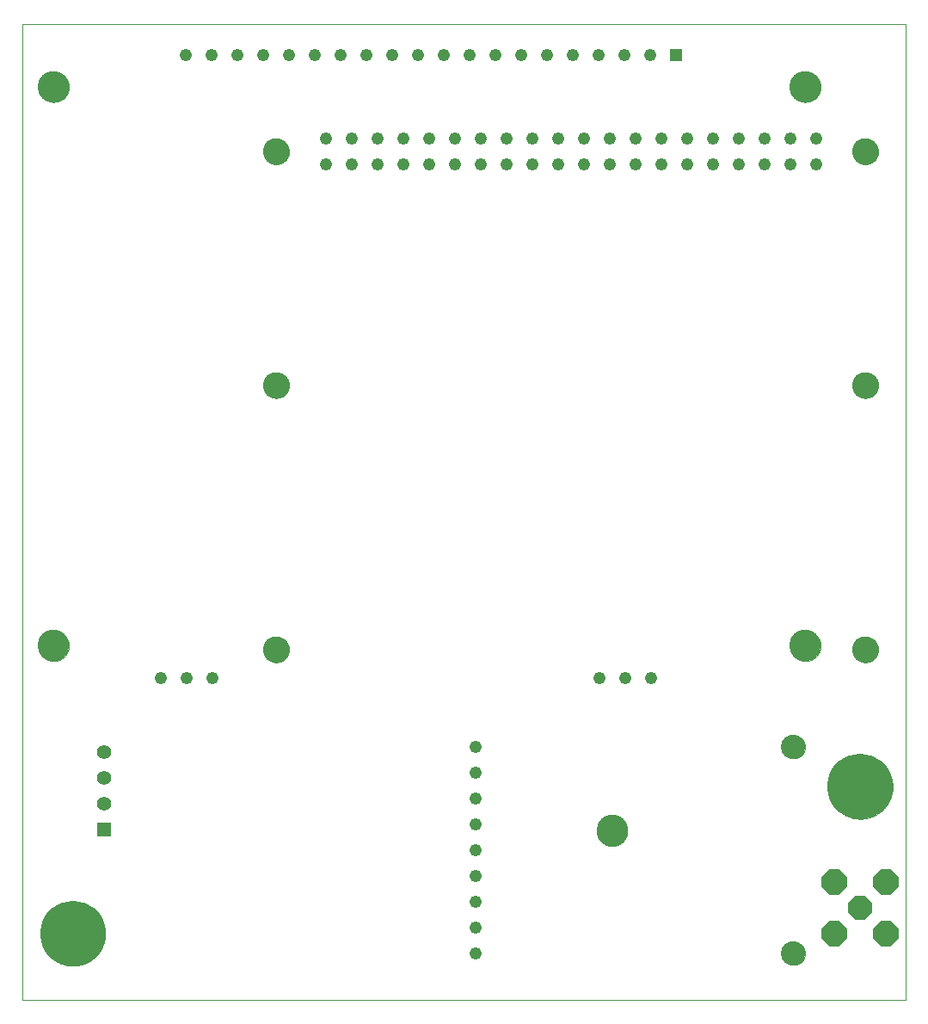
<source format=gbs>
G75*
%MOIN*%
%OFA0B0*%
%FSLAX25Y25*%
%IPPOS*%
%LPD*%
%AMOC8*
5,1,8,0,0,1.08239X$1,22.5*
%
%ADD10C,0.00000*%
%ADD11C,0.25400*%
%ADD12C,0.04762*%
%ADD13C,0.09400*%
%ADD14C,0.10243*%
%ADD15R,0.04762X0.04762*%
%ADD16C,0.12211*%
%ADD17OC8,0.09849*%
%ADD18OC8,0.09258*%
%ADD19R,0.05550X0.05550*%
%ADD20C,0.05550*%
D10*
X0017623Y0020253D02*
X0017623Y0398206D01*
X0360143Y0398206D01*
X0360143Y0020253D01*
X0017623Y0020253D01*
X0024808Y0045843D02*
X0024812Y0046150D01*
X0024823Y0046456D01*
X0024842Y0046763D01*
X0024868Y0047068D01*
X0024902Y0047373D01*
X0024943Y0047677D01*
X0024992Y0047980D01*
X0025048Y0048282D01*
X0025112Y0048582D01*
X0025183Y0048880D01*
X0025261Y0049177D01*
X0025346Y0049472D01*
X0025439Y0049764D01*
X0025539Y0050054D01*
X0025646Y0050342D01*
X0025760Y0050627D01*
X0025880Y0050909D01*
X0026008Y0051187D01*
X0026143Y0051463D01*
X0026284Y0051735D01*
X0026432Y0052004D01*
X0026586Y0052269D01*
X0026747Y0052530D01*
X0026915Y0052788D01*
X0027088Y0053041D01*
X0027268Y0053289D01*
X0027454Y0053533D01*
X0027645Y0053773D01*
X0027843Y0054008D01*
X0028046Y0054237D01*
X0028255Y0054462D01*
X0028469Y0054682D01*
X0028689Y0054896D01*
X0028914Y0055105D01*
X0029143Y0055308D01*
X0029378Y0055506D01*
X0029618Y0055697D01*
X0029862Y0055883D01*
X0030110Y0056063D01*
X0030363Y0056236D01*
X0030621Y0056404D01*
X0030882Y0056565D01*
X0031147Y0056719D01*
X0031416Y0056867D01*
X0031688Y0057008D01*
X0031964Y0057143D01*
X0032242Y0057271D01*
X0032524Y0057391D01*
X0032809Y0057505D01*
X0033097Y0057612D01*
X0033387Y0057712D01*
X0033679Y0057805D01*
X0033974Y0057890D01*
X0034271Y0057968D01*
X0034569Y0058039D01*
X0034869Y0058103D01*
X0035171Y0058159D01*
X0035474Y0058208D01*
X0035778Y0058249D01*
X0036083Y0058283D01*
X0036388Y0058309D01*
X0036695Y0058328D01*
X0037001Y0058339D01*
X0037308Y0058343D01*
X0037615Y0058339D01*
X0037921Y0058328D01*
X0038228Y0058309D01*
X0038533Y0058283D01*
X0038838Y0058249D01*
X0039142Y0058208D01*
X0039445Y0058159D01*
X0039747Y0058103D01*
X0040047Y0058039D01*
X0040345Y0057968D01*
X0040642Y0057890D01*
X0040937Y0057805D01*
X0041229Y0057712D01*
X0041519Y0057612D01*
X0041807Y0057505D01*
X0042092Y0057391D01*
X0042374Y0057271D01*
X0042652Y0057143D01*
X0042928Y0057008D01*
X0043200Y0056867D01*
X0043469Y0056719D01*
X0043734Y0056565D01*
X0043995Y0056404D01*
X0044253Y0056236D01*
X0044506Y0056063D01*
X0044754Y0055883D01*
X0044998Y0055697D01*
X0045238Y0055506D01*
X0045473Y0055308D01*
X0045702Y0055105D01*
X0045927Y0054896D01*
X0046147Y0054682D01*
X0046361Y0054462D01*
X0046570Y0054237D01*
X0046773Y0054008D01*
X0046971Y0053773D01*
X0047162Y0053533D01*
X0047348Y0053289D01*
X0047528Y0053041D01*
X0047701Y0052788D01*
X0047869Y0052530D01*
X0048030Y0052269D01*
X0048184Y0052004D01*
X0048332Y0051735D01*
X0048473Y0051463D01*
X0048608Y0051187D01*
X0048736Y0050909D01*
X0048856Y0050627D01*
X0048970Y0050342D01*
X0049077Y0050054D01*
X0049177Y0049764D01*
X0049270Y0049472D01*
X0049355Y0049177D01*
X0049433Y0048880D01*
X0049504Y0048582D01*
X0049568Y0048282D01*
X0049624Y0047980D01*
X0049673Y0047677D01*
X0049714Y0047373D01*
X0049748Y0047068D01*
X0049774Y0046763D01*
X0049793Y0046456D01*
X0049804Y0046150D01*
X0049808Y0045843D01*
X0049804Y0045536D01*
X0049793Y0045230D01*
X0049774Y0044923D01*
X0049748Y0044618D01*
X0049714Y0044313D01*
X0049673Y0044009D01*
X0049624Y0043706D01*
X0049568Y0043404D01*
X0049504Y0043104D01*
X0049433Y0042806D01*
X0049355Y0042509D01*
X0049270Y0042214D01*
X0049177Y0041922D01*
X0049077Y0041632D01*
X0048970Y0041344D01*
X0048856Y0041059D01*
X0048736Y0040777D01*
X0048608Y0040499D01*
X0048473Y0040223D01*
X0048332Y0039951D01*
X0048184Y0039682D01*
X0048030Y0039417D01*
X0047869Y0039156D01*
X0047701Y0038898D01*
X0047528Y0038645D01*
X0047348Y0038397D01*
X0047162Y0038153D01*
X0046971Y0037913D01*
X0046773Y0037678D01*
X0046570Y0037449D01*
X0046361Y0037224D01*
X0046147Y0037004D01*
X0045927Y0036790D01*
X0045702Y0036581D01*
X0045473Y0036378D01*
X0045238Y0036180D01*
X0044998Y0035989D01*
X0044754Y0035803D01*
X0044506Y0035623D01*
X0044253Y0035450D01*
X0043995Y0035282D01*
X0043734Y0035121D01*
X0043469Y0034967D01*
X0043200Y0034819D01*
X0042928Y0034678D01*
X0042652Y0034543D01*
X0042374Y0034415D01*
X0042092Y0034295D01*
X0041807Y0034181D01*
X0041519Y0034074D01*
X0041229Y0033974D01*
X0040937Y0033881D01*
X0040642Y0033796D01*
X0040345Y0033718D01*
X0040047Y0033647D01*
X0039747Y0033583D01*
X0039445Y0033527D01*
X0039142Y0033478D01*
X0038838Y0033437D01*
X0038533Y0033403D01*
X0038228Y0033377D01*
X0037921Y0033358D01*
X0037615Y0033347D01*
X0037308Y0033343D01*
X0037001Y0033347D01*
X0036695Y0033358D01*
X0036388Y0033377D01*
X0036083Y0033403D01*
X0035778Y0033437D01*
X0035474Y0033478D01*
X0035171Y0033527D01*
X0034869Y0033583D01*
X0034569Y0033647D01*
X0034271Y0033718D01*
X0033974Y0033796D01*
X0033679Y0033881D01*
X0033387Y0033974D01*
X0033097Y0034074D01*
X0032809Y0034181D01*
X0032524Y0034295D01*
X0032242Y0034415D01*
X0031964Y0034543D01*
X0031688Y0034678D01*
X0031416Y0034819D01*
X0031147Y0034967D01*
X0030882Y0035121D01*
X0030621Y0035282D01*
X0030363Y0035450D01*
X0030110Y0035623D01*
X0029862Y0035803D01*
X0029618Y0035989D01*
X0029378Y0036180D01*
X0029143Y0036378D01*
X0028914Y0036581D01*
X0028689Y0036790D01*
X0028469Y0037004D01*
X0028255Y0037224D01*
X0028046Y0037449D01*
X0027843Y0037678D01*
X0027645Y0037913D01*
X0027454Y0038153D01*
X0027268Y0038397D01*
X0027088Y0038645D01*
X0026915Y0038898D01*
X0026747Y0039156D01*
X0026586Y0039417D01*
X0026432Y0039682D01*
X0026284Y0039951D01*
X0026143Y0040223D01*
X0026008Y0040499D01*
X0025880Y0040777D01*
X0025760Y0041059D01*
X0025646Y0041344D01*
X0025539Y0041632D01*
X0025439Y0041922D01*
X0025346Y0042214D01*
X0025261Y0042509D01*
X0025183Y0042806D01*
X0025112Y0043104D01*
X0025048Y0043404D01*
X0024992Y0043706D01*
X0024943Y0044009D01*
X0024902Y0044313D01*
X0024868Y0044618D01*
X0024842Y0044923D01*
X0024823Y0045230D01*
X0024812Y0045536D01*
X0024808Y0045843D01*
X0111206Y0155843D02*
X0111208Y0155983D01*
X0111214Y0156123D01*
X0111224Y0156262D01*
X0111238Y0156401D01*
X0111256Y0156540D01*
X0111277Y0156678D01*
X0111303Y0156816D01*
X0111333Y0156953D01*
X0111366Y0157088D01*
X0111404Y0157223D01*
X0111445Y0157357D01*
X0111490Y0157490D01*
X0111538Y0157621D01*
X0111591Y0157750D01*
X0111647Y0157879D01*
X0111706Y0158005D01*
X0111770Y0158130D01*
X0111836Y0158253D01*
X0111907Y0158374D01*
X0111980Y0158493D01*
X0112057Y0158610D01*
X0112138Y0158724D01*
X0112221Y0158836D01*
X0112308Y0158946D01*
X0112398Y0159054D01*
X0112490Y0159158D01*
X0112586Y0159260D01*
X0112685Y0159360D01*
X0112786Y0159456D01*
X0112890Y0159550D01*
X0112997Y0159640D01*
X0113106Y0159727D01*
X0113218Y0159812D01*
X0113332Y0159893D01*
X0113448Y0159971D01*
X0113566Y0160045D01*
X0113687Y0160116D01*
X0113809Y0160184D01*
X0113934Y0160248D01*
X0114060Y0160309D01*
X0114187Y0160366D01*
X0114317Y0160419D01*
X0114448Y0160469D01*
X0114580Y0160514D01*
X0114713Y0160557D01*
X0114848Y0160595D01*
X0114983Y0160629D01*
X0115120Y0160660D01*
X0115257Y0160687D01*
X0115395Y0160709D01*
X0115534Y0160728D01*
X0115673Y0160743D01*
X0115812Y0160754D01*
X0115952Y0160761D01*
X0116092Y0160764D01*
X0116232Y0160763D01*
X0116372Y0160758D01*
X0116511Y0160749D01*
X0116651Y0160736D01*
X0116790Y0160719D01*
X0116928Y0160698D01*
X0117066Y0160674D01*
X0117203Y0160645D01*
X0117339Y0160613D01*
X0117474Y0160576D01*
X0117608Y0160536D01*
X0117741Y0160492D01*
X0117872Y0160444D01*
X0118002Y0160393D01*
X0118131Y0160338D01*
X0118258Y0160279D01*
X0118383Y0160216D01*
X0118506Y0160151D01*
X0118628Y0160081D01*
X0118747Y0160008D01*
X0118865Y0159932D01*
X0118980Y0159853D01*
X0119093Y0159770D01*
X0119203Y0159684D01*
X0119311Y0159595D01*
X0119416Y0159503D01*
X0119519Y0159408D01*
X0119619Y0159310D01*
X0119716Y0159210D01*
X0119810Y0159106D01*
X0119902Y0159000D01*
X0119990Y0158892D01*
X0120075Y0158781D01*
X0120157Y0158667D01*
X0120236Y0158551D01*
X0120311Y0158434D01*
X0120383Y0158314D01*
X0120451Y0158192D01*
X0120516Y0158068D01*
X0120578Y0157942D01*
X0120636Y0157815D01*
X0120690Y0157686D01*
X0120741Y0157555D01*
X0120787Y0157423D01*
X0120830Y0157290D01*
X0120870Y0157156D01*
X0120905Y0157021D01*
X0120937Y0156884D01*
X0120964Y0156747D01*
X0120988Y0156609D01*
X0121008Y0156471D01*
X0121024Y0156332D01*
X0121036Y0156192D01*
X0121044Y0156053D01*
X0121048Y0155913D01*
X0121048Y0155773D01*
X0121044Y0155633D01*
X0121036Y0155494D01*
X0121024Y0155354D01*
X0121008Y0155215D01*
X0120988Y0155077D01*
X0120964Y0154939D01*
X0120937Y0154802D01*
X0120905Y0154665D01*
X0120870Y0154530D01*
X0120830Y0154396D01*
X0120787Y0154263D01*
X0120741Y0154131D01*
X0120690Y0154000D01*
X0120636Y0153871D01*
X0120578Y0153744D01*
X0120516Y0153618D01*
X0120451Y0153494D01*
X0120383Y0153372D01*
X0120311Y0153252D01*
X0120236Y0153135D01*
X0120157Y0153019D01*
X0120075Y0152905D01*
X0119990Y0152794D01*
X0119902Y0152686D01*
X0119810Y0152580D01*
X0119716Y0152476D01*
X0119619Y0152376D01*
X0119519Y0152278D01*
X0119416Y0152183D01*
X0119311Y0152091D01*
X0119203Y0152002D01*
X0119093Y0151916D01*
X0118980Y0151833D01*
X0118865Y0151754D01*
X0118747Y0151678D01*
X0118628Y0151605D01*
X0118506Y0151535D01*
X0118383Y0151470D01*
X0118258Y0151407D01*
X0118131Y0151348D01*
X0118002Y0151293D01*
X0117872Y0151242D01*
X0117741Y0151194D01*
X0117608Y0151150D01*
X0117474Y0151110D01*
X0117339Y0151073D01*
X0117203Y0151041D01*
X0117066Y0151012D01*
X0116928Y0150988D01*
X0116790Y0150967D01*
X0116651Y0150950D01*
X0116511Y0150937D01*
X0116372Y0150928D01*
X0116232Y0150923D01*
X0116092Y0150922D01*
X0115952Y0150925D01*
X0115812Y0150932D01*
X0115673Y0150943D01*
X0115534Y0150958D01*
X0115395Y0150977D01*
X0115257Y0150999D01*
X0115120Y0151026D01*
X0114983Y0151057D01*
X0114848Y0151091D01*
X0114713Y0151129D01*
X0114580Y0151172D01*
X0114448Y0151217D01*
X0114317Y0151267D01*
X0114187Y0151320D01*
X0114060Y0151377D01*
X0113934Y0151438D01*
X0113809Y0151502D01*
X0113687Y0151570D01*
X0113566Y0151641D01*
X0113448Y0151715D01*
X0113332Y0151793D01*
X0113218Y0151874D01*
X0113106Y0151959D01*
X0112997Y0152046D01*
X0112890Y0152136D01*
X0112786Y0152230D01*
X0112685Y0152326D01*
X0112586Y0152426D01*
X0112490Y0152528D01*
X0112398Y0152632D01*
X0112308Y0152740D01*
X0112221Y0152850D01*
X0112138Y0152962D01*
X0112057Y0153076D01*
X0111980Y0153193D01*
X0111907Y0153312D01*
X0111836Y0153433D01*
X0111770Y0153556D01*
X0111706Y0153681D01*
X0111647Y0153807D01*
X0111591Y0153936D01*
X0111538Y0154065D01*
X0111490Y0154196D01*
X0111445Y0154329D01*
X0111404Y0154463D01*
X0111366Y0154598D01*
X0111333Y0154733D01*
X0111303Y0154870D01*
X0111277Y0155008D01*
X0111256Y0155146D01*
X0111238Y0155285D01*
X0111224Y0155424D01*
X0111214Y0155563D01*
X0111208Y0155703D01*
X0111206Y0155843D01*
X0023914Y0157316D02*
X0023916Y0157469D01*
X0023922Y0157623D01*
X0023932Y0157776D01*
X0023946Y0157928D01*
X0023964Y0158081D01*
X0023986Y0158232D01*
X0024011Y0158383D01*
X0024041Y0158534D01*
X0024075Y0158684D01*
X0024112Y0158832D01*
X0024153Y0158980D01*
X0024198Y0159126D01*
X0024247Y0159272D01*
X0024300Y0159416D01*
X0024356Y0159558D01*
X0024416Y0159699D01*
X0024480Y0159839D01*
X0024547Y0159977D01*
X0024618Y0160113D01*
X0024693Y0160247D01*
X0024770Y0160379D01*
X0024852Y0160509D01*
X0024936Y0160637D01*
X0025024Y0160763D01*
X0025115Y0160886D01*
X0025209Y0161007D01*
X0025307Y0161125D01*
X0025407Y0161241D01*
X0025511Y0161354D01*
X0025617Y0161465D01*
X0025726Y0161573D01*
X0025838Y0161678D01*
X0025952Y0161779D01*
X0026070Y0161878D01*
X0026189Y0161974D01*
X0026311Y0162067D01*
X0026436Y0162156D01*
X0026563Y0162243D01*
X0026692Y0162325D01*
X0026823Y0162405D01*
X0026956Y0162481D01*
X0027091Y0162554D01*
X0027228Y0162623D01*
X0027367Y0162688D01*
X0027507Y0162750D01*
X0027649Y0162808D01*
X0027792Y0162863D01*
X0027937Y0162914D01*
X0028083Y0162961D01*
X0028230Y0163004D01*
X0028378Y0163043D01*
X0028527Y0163079D01*
X0028677Y0163110D01*
X0028828Y0163138D01*
X0028979Y0163162D01*
X0029132Y0163182D01*
X0029284Y0163198D01*
X0029437Y0163210D01*
X0029590Y0163218D01*
X0029743Y0163222D01*
X0029897Y0163222D01*
X0030050Y0163218D01*
X0030203Y0163210D01*
X0030356Y0163198D01*
X0030508Y0163182D01*
X0030661Y0163162D01*
X0030812Y0163138D01*
X0030963Y0163110D01*
X0031113Y0163079D01*
X0031262Y0163043D01*
X0031410Y0163004D01*
X0031557Y0162961D01*
X0031703Y0162914D01*
X0031848Y0162863D01*
X0031991Y0162808D01*
X0032133Y0162750D01*
X0032273Y0162688D01*
X0032412Y0162623D01*
X0032549Y0162554D01*
X0032684Y0162481D01*
X0032817Y0162405D01*
X0032948Y0162325D01*
X0033077Y0162243D01*
X0033204Y0162156D01*
X0033329Y0162067D01*
X0033451Y0161974D01*
X0033570Y0161878D01*
X0033688Y0161779D01*
X0033802Y0161678D01*
X0033914Y0161573D01*
X0034023Y0161465D01*
X0034129Y0161354D01*
X0034233Y0161241D01*
X0034333Y0161125D01*
X0034431Y0161007D01*
X0034525Y0160886D01*
X0034616Y0160763D01*
X0034704Y0160637D01*
X0034788Y0160509D01*
X0034870Y0160379D01*
X0034947Y0160247D01*
X0035022Y0160113D01*
X0035093Y0159977D01*
X0035160Y0159839D01*
X0035224Y0159699D01*
X0035284Y0159558D01*
X0035340Y0159416D01*
X0035393Y0159272D01*
X0035442Y0159126D01*
X0035487Y0158980D01*
X0035528Y0158832D01*
X0035565Y0158684D01*
X0035599Y0158534D01*
X0035629Y0158383D01*
X0035654Y0158232D01*
X0035676Y0158081D01*
X0035694Y0157928D01*
X0035708Y0157776D01*
X0035718Y0157623D01*
X0035724Y0157469D01*
X0035726Y0157316D01*
X0035724Y0157163D01*
X0035718Y0157009D01*
X0035708Y0156856D01*
X0035694Y0156704D01*
X0035676Y0156551D01*
X0035654Y0156400D01*
X0035629Y0156249D01*
X0035599Y0156098D01*
X0035565Y0155948D01*
X0035528Y0155800D01*
X0035487Y0155652D01*
X0035442Y0155506D01*
X0035393Y0155360D01*
X0035340Y0155216D01*
X0035284Y0155074D01*
X0035224Y0154933D01*
X0035160Y0154793D01*
X0035093Y0154655D01*
X0035022Y0154519D01*
X0034947Y0154385D01*
X0034870Y0154253D01*
X0034788Y0154123D01*
X0034704Y0153995D01*
X0034616Y0153869D01*
X0034525Y0153746D01*
X0034431Y0153625D01*
X0034333Y0153507D01*
X0034233Y0153391D01*
X0034129Y0153278D01*
X0034023Y0153167D01*
X0033914Y0153059D01*
X0033802Y0152954D01*
X0033688Y0152853D01*
X0033570Y0152754D01*
X0033451Y0152658D01*
X0033329Y0152565D01*
X0033204Y0152476D01*
X0033077Y0152389D01*
X0032948Y0152307D01*
X0032817Y0152227D01*
X0032684Y0152151D01*
X0032549Y0152078D01*
X0032412Y0152009D01*
X0032273Y0151944D01*
X0032133Y0151882D01*
X0031991Y0151824D01*
X0031848Y0151769D01*
X0031703Y0151718D01*
X0031557Y0151671D01*
X0031410Y0151628D01*
X0031262Y0151589D01*
X0031113Y0151553D01*
X0030963Y0151522D01*
X0030812Y0151494D01*
X0030661Y0151470D01*
X0030508Y0151450D01*
X0030356Y0151434D01*
X0030203Y0151422D01*
X0030050Y0151414D01*
X0029897Y0151410D01*
X0029743Y0151410D01*
X0029590Y0151414D01*
X0029437Y0151422D01*
X0029284Y0151434D01*
X0029132Y0151450D01*
X0028979Y0151470D01*
X0028828Y0151494D01*
X0028677Y0151522D01*
X0028527Y0151553D01*
X0028378Y0151589D01*
X0028230Y0151628D01*
X0028083Y0151671D01*
X0027937Y0151718D01*
X0027792Y0151769D01*
X0027649Y0151824D01*
X0027507Y0151882D01*
X0027367Y0151944D01*
X0027228Y0152009D01*
X0027091Y0152078D01*
X0026956Y0152151D01*
X0026823Y0152227D01*
X0026692Y0152307D01*
X0026563Y0152389D01*
X0026436Y0152476D01*
X0026311Y0152565D01*
X0026189Y0152658D01*
X0026070Y0152754D01*
X0025952Y0152853D01*
X0025838Y0152954D01*
X0025726Y0153059D01*
X0025617Y0153167D01*
X0025511Y0153278D01*
X0025407Y0153391D01*
X0025307Y0153507D01*
X0025209Y0153625D01*
X0025115Y0153746D01*
X0025024Y0153869D01*
X0024936Y0153995D01*
X0024852Y0154123D01*
X0024770Y0154253D01*
X0024693Y0154385D01*
X0024618Y0154519D01*
X0024547Y0154655D01*
X0024480Y0154793D01*
X0024416Y0154933D01*
X0024356Y0155074D01*
X0024300Y0155216D01*
X0024247Y0155360D01*
X0024198Y0155506D01*
X0024153Y0155652D01*
X0024112Y0155800D01*
X0024075Y0155948D01*
X0024041Y0156098D01*
X0024011Y0156249D01*
X0023986Y0156400D01*
X0023964Y0156551D01*
X0023946Y0156704D01*
X0023932Y0156856D01*
X0023922Y0157009D01*
X0023916Y0157163D01*
X0023914Y0157316D01*
X0111206Y0258206D02*
X0111208Y0258346D01*
X0111214Y0258486D01*
X0111224Y0258625D01*
X0111238Y0258764D01*
X0111256Y0258903D01*
X0111277Y0259041D01*
X0111303Y0259179D01*
X0111333Y0259316D01*
X0111366Y0259451D01*
X0111404Y0259586D01*
X0111445Y0259720D01*
X0111490Y0259853D01*
X0111538Y0259984D01*
X0111591Y0260113D01*
X0111647Y0260242D01*
X0111706Y0260368D01*
X0111770Y0260493D01*
X0111836Y0260616D01*
X0111907Y0260737D01*
X0111980Y0260856D01*
X0112057Y0260973D01*
X0112138Y0261087D01*
X0112221Y0261199D01*
X0112308Y0261309D01*
X0112398Y0261417D01*
X0112490Y0261521D01*
X0112586Y0261623D01*
X0112685Y0261723D01*
X0112786Y0261819D01*
X0112890Y0261913D01*
X0112997Y0262003D01*
X0113106Y0262090D01*
X0113218Y0262175D01*
X0113332Y0262256D01*
X0113448Y0262334D01*
X0113566Y0262408D01*
X0113687Y0262479D01*
X0113809Y0262547D01*
X0113934Y0262611D01*
X0114060Y0262672D01*
X0114187Y0262729D01*
X0114317Y0262782D01*
X0114448Y0262832D01*
X0114580Y0262877D01*
X0114713Y0262920D01*
X0114848Y0262958D01*
X0114983Y0262992D01*
X0115120Y0263023D01*
X0115257Y0263050D01*
X0115395Y0263072D01*
X0115534Y0263091D01*
X0115673Y0263106D01*
X0115812Y0263117D01*
X0115952Y0263124D01*
X0116092Y0263127D01*
X0116232Y0263126D01*
X0116372Y0263121D01*
X0116511Y0263112D01*
X0116651Y0263099D01*
X0116790Y0263082D01*
X0116928Y0263061D01*
X0117066Y0263037D01*
X0117203Y0263008D01*
X0117339Y0262976D01*
X0117474Y0262939D01*
X0117608Y0262899D01*
X0117741Y0262855D01*
X0117872Y0262807D01*
X0118002Y0262756D01*
X0118131Y0262701D01*
X0118258Y0262642D01*
X0118383Y0262579D01*
X0118506Y0262514D01*
X0118628Y0262444D01*
X0118747Y0262371D01*
X0118865Y0262295D01*
X0118980Y0262216D01*
X0119093Y0262133D01*
X0119203Y0262047D01*
X0119311Y0261958D01*
X0119416Y0261866D01*
X0119519Y0261771D01*
X0119619Y0261673D01*
X0119716Y0261573D01*
X0119810Y0261469D01*
X0119902Y0261363D01*
X0119990Y0261255D01*
X0120075Y0261144D01*
X0120157Y0261030D01*
X0120236Y0260914D01*
X0120311Y0260797D01*
X0120383Y0260677D01*
X0120451Y0260555D01*
X0120516Y0260431D01*
X0120578Y0260305D01*
X0120636Y0260178D01*
X0120690Y0260049D01*
X0120741Y0259918D01*
X0120787Y0259786D01*
X0120830Y0259653D01*
X0120870Y0259519D01*
X0120905Y0259384D01*
X0120937Y0259247D01*
X0120964Y0259110D01*
X0120988Y0258972D01*
X0121008Y0258834D01*
X0121024Y0258695D01*
X0121036Y0258555D01*
X0121044Y0258416D01*
X0121048Y0258276D01*
X0121048Y0258136D01*
X0121044Y0257996D01*
X0121036Y0257857D01*
X0121024Y0257717D01*
X0121008Y0257578D01*
X0120988Y0257440D01*
X0120964Y0257302D01*
X0120937Y0257165D01*
X0120905Y0257028D01*
X0120870Y0256893D01*
X0120830Y0256759D01*
X0120787Y0256626D01*
X0120741Y0256494D01*
X0120690Y0256363D01*
X0120636Y0256234D01*
X0120578Y0256107D01*
X0120516Y0255981D01*
X0120451Y0255857D01*
X0120383Y0255735D01*
X0120311Y0255615D01*
X0120236Y0255498D01*
X0120157Y0255382D01*
X0120075Y0255268D01*
X0119990Y0255157D01*
X0119902Y0255049D01*
X0119810Y0254943D01*
X0119716Y0254839D01*
X0119619Y0254739D01*
X0119519Y0254641D01*
X0119416Y0254546D01*
X0119311Y0254454D01*
X0119203Y0254365D01*
X0119093Y0254279D01*
X0118980Y0254196D01*
X0118865Y0254117D01*
X0118747Y0254041D01*
X0118628Y0253968D01*
X0118506Y0253898D01*
X0118383Y0253833D01*
X0118258Y0253770D01*
X0118131Y0253711D01*
X0118002Y0253656D01*
X0117872Y0253605D01*
X0117741Y0253557D01*
X0117608Y0253513D01*
X0117474Y0253473D01*
X0117339Y0253436D01*
X0117203Y0253404D01*
X0117066Y0253375D01*
X0116928Y0253351D01*
X0116790Y0253330D01*
X0116651Y0253313D01*
X0116511Y0253300D01*
X0116372Y0253291D01*
X0116232Y0253286D01*
X0116092Y0253285D01*
X0115952Y0253288D01*
X0115812Y0253295D01*
X0115673Y0253306D01*
X0115534Y0253321D01*
X0115395Y0253340D01*
X0115257Y0253362D01*
X0115120Y0253389D01*
X0114983Y0253420D01*
X0114848Y0253454D01*
X0114713Y0253492D01*
X0114580Y0253535D01*
X0114448Y0253580D01*
X0114317Y0253630D01*
X0114187Y0253683D01*
X0114060Y0253740D01*
X0113934Y0253801D01*
X0113809Y0253865D01*
X0113687Y0253933D01*
X0113566Y0254004D01*
X0113448Y0254078D01*
X0113332Y0254156D01*
X0113218Y0254237D01*
X0113106Y0254322D01*
X0112997Y0254409D01*
X0112890Y0254499D01*
X0112786Y0254593D01*
X0112685Y0254689D01*
X0112586Y0254789D01*
X0112490Y0254891D01*
X0112398Y0254995D01*
X0112308Y0255103D01*
X0112221Y0255213D01*
X0112138Y0255325D01*
X0112057Y0255439D01*
X0111980Y0255556D01*
X0111907Y0255675D01*
X0111836Y0255796D01*
X0111770Y0255919D01*
X0111706Y0256044D01*
X0111647Y0256170D01*
X0111591Y0256299D01*
X0111538Y0256428D01*
X0111490Y0256559D01*
X0111445Y0256692D01*
X0111404Y0256826D01*
X0111366Y0256961D01*
X0111333Y0257096D01*
X0111303Y0257233D01*
X0111277Y0257371D01*
X0111256Y0257509D01*
X0111238Y0257648D01*
X0111224Y0257787D01*
X0111214Y0257926D01*
X0111208Y0258066D01*
X0111206Y0258206D01*
X0111206Y0348757D02*
X0111208Y0348897D01*
X0111214Y0349037D01*
X0111224Y0349176D01*
X0111238Y0349315D01*
X0111256Y0349454D01*
X0111277Y0349592D01*
X0111303Y0349730D01*
X0111333Y0349867D01*
X0111366Y0350002D01*
X0111404Y0350137D01*
X0111445Y0350271D01*
X0111490Y0350404D01*
X0111538Y0350535D01*
X0111591Y0350664D01*
X0111647Y0350793D01*
X0111706Y0350919D01*
X0111770Y0351044D01*
X0111836Y0351167D01*
X0111907Y0351288D01*
X0111980Y0351407D01*
X0112057Y0351524D01*
X0112138Y0351638D01*
X0112221Y0351750D01*
X0112308Y0351860D01*
X0112398Y0351968D01*
X0112490Y0352072D01*
X0112586Y0352174D01*
X0112685Y0352274D01*
X0112786Y0352370D01*
X0112890Y0352464D01*
X0112997Y0352554D01*
X0113106Y0352641D01*
X0113218Y0352726D01*
X0113332Y0352807D01*
X0113448Y0352885D01*
X0113566Y0352959D01*
X0113687Y0353030D01*
X0113809Y0353098D01*
X0113934Y0353162D01*
X0114060Y0353223D01*
X0114187Y0353280D01*
X0114317Y0353333D01*
X0114448Y0353383D01*
X0114580Y0353428D01*
X0114713Y0353471D01*
X0114848Y0353509D01*
X0114983Y0353543D01*
X0115120Y0353574D01*
X0115257Y0353601D01*
X0115395Y0353623D01*
X0115534Y0353642D01*
X0115673Y0353657D01*
X0115812Y0353668D01*
X0115952Y0353675D01*
X0116092Y0353678D01*
X0116232Y0353677D01*
X0116372Y0353672D01*
X0116511Y0353663D01*
X0116651Y0353650D01*
X0116790Y0353633D01*
X0116928Y0353612D01*
X0117066Y0353588D01*
X0117203Y0353559D01*
X0117339Y0353527D01*
X0117474Y0353490D01*
X0117608Y0353450D01*
X0117741Y0353406D01*
X0117872Y0353358D01*
X0118002Y0353307D01*
X0118131Y0353252D01*
X0118258Y0353193D01*
X0118383Y0353130D01*
X0118506Y0353065D01*
X0118628Y0352995D01*
X0118747Y0352922D01*
X0118865Y0352846D01*
X0118980Y0352767D01*
X0119093Y0352684D01*
X0119203Y0352598D01*
X0119311Y0352509D01*
X0119416Y0352417D01*
X0119519Y0352322D01*
X0119619Y0352224D01*
X0119716Y0352124D01*
X0119810Y0352020D01*
X0119902Y0351914D01*
X0119990Y0351806D01*
X0120075Y0351695D01*
X0120157Y0351581D01*
X0120236Y0351465D01*
X0120311Y0351348D01*
X0120383Y0351228D01*
X0120451Y0351106D01*
X0120516Y0350982D01*
X0120578Y0350856D01*
X0120636Y0350729D01*
X0120690Y0350600D01*
X0120741Y0350469D01*
X0120787Y0350337D01*
X0120830Y0350204D01*
X0120870Y0350070D01*
X0120905Y0349935D01*
X0120937Y0349798D01*
X0120964Y0349661D01*
X0120988Y0349523D01*
X0121008Y0349385D01*
X0121024Y0349246D01*
X0121036Y0349106D01*
X0121044Y0348967D01*
X0121048Y0348827D01*
X0121048Y0348687D01*
X0121044Y0348547D01*
X0121036Y0348408D01*
X0121024Y0348268D01*
X0121008Y0348129D01*
X0120988Y0347991D01*
X0120964Y0347853D01*
X0120937Y0347716D01*
X0120905Y0347579D01*
X0120870Y0347444D01*
X0120830Y0347310D01*
X0120787Y0347177D01*
X0120741Y0347045D01*
X0120690Y0346914D01*
X0120636Y0346785D01*
X0120578Y0346658D01*
X0120516Y0346532D01*
X0120451Y0346408D01*
X0120383Y0346286D01*
X0120311Y0346166D01*
X0120236Y0346049D01*
X0120157Y0345933D01*
X0120075Y0345819D01*
X0119990Y0345708D01*
X0119902Y0345600D01*
X0119810Y0345494D01*
X0119716Y0345390D01*
X0119619Y0345290D01*
X0119519Y0345192D01*
X0119416Y0345097D01*
X0119311Y0345005D01*
X0119203Y0344916D01*
X0119093Y0344830D01*
X0118980Y0344747D01*
X0118865Y0344668D01*
X0118747Y0344592D01*
X0118628Y0344519D01*
X0118506Y0344449D01*
X0118383Y0344384D01*
X0118258Y0344321D01*
X0118131Y0344262D01*
X0118002Y0344207D01*
X0117872Y0344156D01*
X0117741Y0344108D01*
X0117608Y0344064D01*
X0117474Y0344024D01*
X0117339Y0343987D01*
X0117203Y0343955D01*
X0117066Y0343926D01*
X0116928Y0343902D01*
X0116790Y0343881D01*
X0116651Y0343864D01*
X0116511Y0343851D01*
X0116372Y0343842D01*
X0116232Y0343837D01*
X0116092Y0343836D01*
X0115952Y0343839D01*
X0115812Y0343846D01*
X0115673Y0343857D01*
X0115534Y0343872D01*
X0115395Y0343891D01*
X0115257Y0343913D01*
X0115120Y0343940D01*
X0114983Y0343971D01*
X0114848Y0344005D01*
X0114713Y0344043D01*
X0114580Y0344086D01*
X0114448Y0344131D01*
X0114317Y0344181D01*
X0114187Y0344234D01*
X0114060Y0344291D01*
X0113934Y0344352D01*
X0113809Y0344416D01*
X0113687Y0344484D01*
X0113566Y0344555D01*
X0113448Y0344629D01*
X0113332Y0344707D01*
X0113218Y0344788D01*
X0113106Y0344873D01*
X0112997Y0344960D01*
X0112890Y0345050D01*
X0112786Y0345144D01*
X0112685Y0345240D01*
X0112586Y0345340D01*
X0112490Y0345442D01*
X0112398Y0345546D01*
X0112308Y0345654D01*
X0112221Y0345764D01*
X0112138Y0345876D01*
X0112057Y0345990D01*
X0111980Y0346107D01*
X0111907Y0346226D01*
X0111836Y0346347D01*
X0111770Y0346470D01*
X0111706Y0346595D01*
X0111647Y0346721D01*
X0111591Y0346850D01*
X0111538Y0346979D01*
X0111490Y0347110D01*
X0111445Y0347243D01*
X0111404Y0347377D01*
X0111366Y0347512D01*
X0111333Y0347647D01*
X0111303Y0347784D01*
X0111277Y0347922D01*
X0111256Y0348060D01*
X0111238Y0348199D01*
X0111224Y0348338D01*
X0111214Y0348477D01*
X0111208Y0348617D01*
X0111206Y0348757D01*
X0023914Y0373851D02*
X0023916Y0374004D01*
X0023922Y0374158D01*
X0023932Y0374311D01*
X0023946Y0374463D01*
X0023964Y0374616D01*
X0023986Y0374767D01*
X0024011Y0374918D01*
X0024041Y0375069D01*
X0024075Y0375219D01*
X0024112Y0375367D01*
X0024153Y0375515D01*
X0024198Y0375661D01*
X0024247Y0375807D01*
X0024300Y0375951D01*
X0024356Y0376093D01*
X0024416Y0376234D01*
X0024480Y0376374D01*
X0024547Y0376512D01*
X0024618Y0376648D01*
X0024693Y0376782D01*
X0024770Y0376914D01*
X0024852Y0377044D01*
X0024936Y0377172D01*
X0025024Y0377298D01*
X0025115Y0377421D01*
X0025209Y0377542D01*
X0025307Y0377660D01*
X0025407Y0377776D01*
X0025511Y0377889D01*
X0025617Y0378000D01*
X0025726Y0378108D01*
X0025838Y0378213D01*
X0025952Y0378314D01*
X0026070Y0378413D01*
X0026189Y0378509D01*
X0026311Y0378602D01*
X0026436Y0378691D01*
X0026563Y0378778D01*
X0026692Y0378860D01*
X0026823Y0378940D01*
X0026956Y0379016D01*
X0027091Y0379089D01*
X0027228Y0379158D01*
X0027367Y0379223D01*
X0027507Y0379285D01*
X0027649Y0379343D01*
X0027792Y0379398D01*
X0027937Y0379449D01*
X0028083Y0379496D01*
X0028230Y0379539D01*
X0028378Y0379578D01*
X0028527Y0379614D01*
X0028677Y0379645D01*
X0028828Y0379673D01*
X0028979Y0379697D01*
X0029132Y0379717D01*
X0029284Y0379733D01*
X0029437Y0379745D01*
X0029590Y0379753D01*
X0029743Y0379757D01*
X0029897Y0379757D01*
X0030050Y0379753D01*
X0030203Y0379745D01*
X0030356Y0379733D01*
X0030508Y0379717D01*
X0030661Y0379697D01*
X0030812Y0379673D01*
X0030963Y0379645D01*
X0031113Y0379614D01*
X0031262Y0379578D01*
X0031410Y0379539D01*
X0031557Y0379496D01*
X0031703Y0379449D01*
X0031848Y0379398D01*
X0031991Y0379343D01*
X0032133Y0379285D01*
X0032273Y0379223D01*
X0032412Y0379158D01*
X0032549Y0379089D01*
X0032684Y0379016D01*
X0032817Y0378940D01*
X0032948Y0378860D01*
X0033077Y0378778D01*
X0033204Y0378691D01*
X0033329Y0378602D01*
X0033451Y0378509D01*
X0033570Y0378413D01*
X0033688Y0378314D01*
X0033802Y0378213D01*
X0033914Y0378108D01*
X0034023Y0378000D01*
X0034129Y0377889D01*
X0034233Y0377776D01*
X0034333Y0377660D01*
X0034431Y0377542D01*
X0034525Y0377421D01*
X0034616Y0377298D01*
X0034704Y0377172D01*
X0034788Y0377044D01*
X0034870Y0376914D01*
X0034947Y0376782D01*
X0035022Y0376648D01*
X0035093Y0376512D01*
X0035160Y0376374D01*
X0035224Y0376234D01*
X0035284Y0376093D01*
X0035340Y0375951D01*
X0035393Y0375807D01*
X0035442Y0375661D01*
X0035487Y0375515D01*
X0035528Y0375367D01*
X0035565Y0375219D01*
X0035599Y0375069D01*
X0035629Y0374918D01*
X0035654Y0374767D01*
X0035676Y0374616D01*
X0035694Y0374463D01*
X0035708Y0374311D01*
X0035718Y0374158D01*
X0035724Y0374004D01*
X0035726Y0373851D01*
X0035724Y0373698D01*
X0035718Y0373544D01*
X0035708Y0373391D01*
X0035694Y0373239D01*
X0035676Y0373086D01*
X0035654Y0372935D01*
X0035629Y0372784D01*
X0035599Y0372633D01*
X0035565Y0372483D01*
X0035528Y0372335D01*
X0035487Y0372187D01*
X0035442Y0372041D01*
X0035393Y0371895D01*
X0035340Y0371751D01*
X0035284Y0371609D01*
X0035224Y0371468D01*
X0035160Y0371328D01*
X0035093Y0371190D01*
X0035022Y0371054D01*
X0034947Y0370920D01*
X0034870Y0370788D01*
X0034788Y0370658D01*
X0034704Y0370530D01*
X0034616Y0370404D01*
X0034525Y0370281D01*
X0034431Y0370160D01*
X0034333Y0370042D01*
X0034233Y0369926D01*
X0034129Y0369813D01*
X0034023Y0369702D01*
X0033914Y0369594D01*
X0033802Y0369489D01*
X0033688Y0369388D01*
X0033570Y0369289D01*
X0033451Y0369193D01*
X0033329Y0369100D01*
X0033204Y0369011D01*
X0033077Y0368924D01*
X0032948Y0368842D01*
X0032817Y0368762D01*
X0032684Y0368686D01*
X0032549Y0368613D01*
X0032412Y0368544D01*
X0032273Y0368479D01*
X0032133Y0368417D01*
X0031991Y0368359D01*
X0031848Y0368304D01*
X0031703Y0368253D01*
X0031557Y0368206D01*
X0031410Y0368163D01*
X0031262Y0368124D01*
X0031113Y0368088D01*
X0030963Y0368057D01*
X0030812Y0368029D01*
X0030661Y0368005D01*
X0030508Y0367985D01*
X0030356Y0367969D01*
X0030203Y0367957D01*
X0030050Y0367949D01*
X0029897Y0367945D01*
X0029743Y0367945D01*
X0029590Y0367949D01*
X0029437Y0367957D01*
X0029284Y0367969D01*
X0029132Y0367985D01*
X0028979Y0368005D01*
X0028828Y0368029D01*
X0028677Y0368057D01*
X0028527Y0368088D01*
X0028378Y0368124D01*
X0028230Y0368163D01*
X0028083Y0368206D01*
X0027937Y0368253D01*
X0027792Y0368304D01*
X0027649Y0368359D01*
X0027507Y0368417D01*
X0027367Y0368479D01*
X0027228Y0368544D01*
X0027091Y0368613D01*
X0026956Y0368686D01*
X0026823Y0368762D01*
X0026692Y0368842D01*
X0026563Y0368924D01*
X0026436Y0369011D01*
X0026311Y0369100D01*
X0026189Y0369193D01*
X0026070Y0369289D01*
X0025952Y0369388D01*
X0025838Y0369489D01*
X0025726Y0369594D01*
X0025617Y0369702D01*
X0025511Y0369813D01*
X0025407Y0369926D01*
X0025307Y0370042D01*
X0025209Y0370160D01*
X0025115Y0370281D01*
X0025024Y0370404D01*
X0024936Y0370530D01*
X0024852Y0370658D01*
X0024770Y0370788D01*
X0024693Y0370920D01*
X0024618Y0371054D01*
X0024547Y0371190D01*
X0024480Y0371328D01*
X0024416Y0371468D01*
X0024356Y0371609D01*
X0024300Y0371751D01*
X0024247Y0371895D01*
X0024198Y0372041D01*
X0024153Y0372187D01*
X0024112Y0372335D01*
X0024075Y0372483D01*
X0024041Y0372633D01*
X0024011Y0372784D01*
X0023986Y0372935D01*
X0023964Y0373086D01*
X0023946Y0373239D01*
X0023932Y0373391D01*
X0023922Y0373544D01*
X0023916Y0373698D01*
X0023914Y0373851D01*
X0240363Y0085646D02*
X0240365Y0085799D01*
X0240371Y0085953D01*
X0240381Y0086106D01*
X0240395Y0086258D01*
X0240413Y0086411D01*
X0240435Y0086562D01*
X0240460Y0086713D01*
X0240490Y0086864D01*
X0240524Y0087014D01*
X0240561Y0087162D01*
X0240602Y0087310D01*
X0240647Y0087456D01*
X0240696Y0087602D01*
X0240749Y0087746D01*
X0240805Y0087888D01*
X0240865Y0088029D01*
X0240929Y0088169D01*
X0240996Y0088307D01*
X0241067Y0088443D01*
X0241142Y0088577D01*
X0241219Y0088709D01*
X0241301Y0088839D01*
X0241385Y0088967D01*
X0241473Y0089093D01*
X0241564Y0089216D01*
X0241658Y0089337D01*
X0241756Y0089455D01*
X0241856Y0089571D01*
X0241960Y0089684D01*
X0242066Y0089795D01*
X0242175Y0089903D01*
X0242287Y0090008D01*
X0242401Y0090109D01*
X0242519Y0090208D01*
X0242638Y0090304D01*
X0242760Y0090397D01*
X0242885Y0090486D01*
X0243012Y0090573D01*
X0243141Y0090655D01*
X0243272Y0090735D01*
X0243405Y0090811D01*
X0243540Y0090884D01*
X0243677Y0090953D01*
X0243816Y0091018D01*
X0243956Y0091080D01*
X0244098Y0091138D01*
X0244241Y0091193D01*
X0244386Y0091244D01*
X0244532Y0091291D01*
X0244679Y0091334D01*
X0244827Y0091373D01*
X0244976Y0091409D01*
X0245126Y0091440D01*
X0245277Y0091468D01*
X0245428Y0091492D01*
X0245581Y0091512D01*
X0245733Y0091528D01*
X0245886Y0091540D01*
X0246039Y0091548D01*
X0246192Y0091552D01*
X0246346Y0091552D01*
X0246499Y0091548D01*
X0246652Y0091540D01*
X0246805Y0091528D01*
X0246957Y0091512D01*
X0247110Y0091492D01*
X0247261Y0091468D01*
X0247412Y0091440D01*
X0247562Y0091409D01*
X0247711Y0091373D01*
X0247859Y0091334D01*
X0248006Y0091291D01*
X0248152Y0091244D01*
X0248297Y0091193D01*
X0248440Y0091138D01*
X0248582Y0091080D01*
X0248722Y0091018D01*
X0248861Y0090953D01*
X0248998Y0090884D01*
X0249133Y0090811D01*
X0249266Y0090735D01*
X0249397Y0090655D01*
X0249526Y0090573D01*
X0249653Y0090486D01*
X0249778Y0090397D01*
X0249900Y0090304D01*
X0250019Y0090208D01*
X0250137Y0090109D01*
X0250251Y0090008D01*
X0250363Y0089903D01*
X0250472Y0089795D01*
X0250578Y0089684D01*
X0250682Y0089571D01*
X0250782Y0089455D01*
X0250880Y0089337D01*
X0250974Y0089216D01*
X0251065Y0089093D01*
X0251153Y0088967D01*
X0251237Y0088839D01*
X0251319Y0088709D01*
X0251396Y0088577D01*
X0251471Y0088443D01*
X0251542Y0088307D01*
X0251609Y0088169D01*
X0251673Y0088029D01*
X0251733Y0087888D01*
X0251789Y0087746D01*
X0251842Y0087602D01*
X0251891Y0087456D01*
X0251936Y0087310D01*
X0251977Y0087162D01*
X0252014Y0087014D01*
X0252048Y0086864D01*
X0252078Y0086713D01*
X0252103Y0086562D01*
X0252125Y0086411D01*
X0252143Y0086258D01*
X0252157Y0086106D01*
X0252167Y0085953D01*
X0252173Y0085799D01*
X0252175Y0085646D01*
X0252173Y0085493D01*
X0252167Y0085339D01*
X0252157Y0085186D01*
X0252143Y0085034D01*
X0252125Y0084881D01*
X0252103Y0084730D01*
X0252078Y0084579D01*
X0252048Y0084428D01*
X0252014Y0084278D01*
X0251977Y0084130D01*
X0251936Y0083982D01*
X0251891Y0083836D01*
X0251842Y0083690D01*
X0251789Y0083546D01*
X0251733Y0083404D01*
X0251673Y0083263D01*
X0251609Y0083123D01*
X0251542Y0082985D01*
X0251471Y0082849D01*
X0251396Y0082715D01*
X0251319Y0082583D01*
X0251237Y0082453D01*
X0251153Y0082325D01*
X0251065Y0082199D01*
X0250974Y0082076D01*
X0250880Y0081955D01*
X0250782Y0081837D01*
X0250682Y0081721D01*
X0250578Y0081608D01*
X0250472Y0081497D01*
X0250363Y0081389D01*
X0250251Y0081284D01*
X0250137Y0081183D01*
X0250019Y0081084D01*
X0249900Y0080988D01*
X0249778Y0080895D01*
X0249653Y0080806D01*
X0249526Y0080719D01*
X0249397Y0080637D01*
X0249266Y0080557D01*
X0249133Y0080481D01*
X0248998Y0080408D01*
X0248861Y0080339D01*
X0248722Y0080274D01*
X0248582Y0080212D01*
X0248440Y0080154D01*
X0248297Y0080099D01*
X0248152Y0080048D01*
X0248006Y0080001D01*
X0247859Y0079958D01*
X0247711Y0079919D01*
X0247562Y0079883D01*
X0247412Y0079852D01*
X0247261Y0079824D01*
X0247110Y0079800D01*
X0246957Y0079780D01*
X0246805Y0079764D01*
X0246652Y0079752D01*
X0246499Y0079744D01*
X0246346Y0079740D01*
X0246192Y0079740D01*
X0246039Y0079744D01*
X0245886Y0079752D01*
X0245733Y0079764D01*
X0245581Y0079780D01*
X0245428Y0079800D01*
X0245277Y0079824D01*
X0245126Y0079852D01*
X0244976Y0079883D01*
X0244827Y0079919D01*
X0244679Y0079958D01*
X0244532Y0080001D01*
X0244386Y0080048D01*
X0244241Y0080099D01*
X0244098Y0080154D01*
X0243956Y0080212D01*
X0243816Y0080274D01*
X0243677Y0080339D01*
X0243540Y0080408D01*
X0243405Y0080481D01*
X0243272Y0080557D01*
X0243141Y0080637D01*
X0243012Y0080719D01*
X0242885Y0080806D01*
X0242760Y0080895D01*
X0242638Y0080988D01*
X0242519Y0081084D01*
X0242401Y0081183D01*
X0242287Y0081284D01*
X0242175Y0081389D01*
X0242066Y0081497D01*
X0241960Y0081608D01*
X0241856Y0081721D01*
X0241756Y0081837D01*
X0241658Y0081955D01*
X0241564Y0082076D01*
X0241473Y0082199D01*
X0241385Y0082325D01*
X0241301Y0082453D01*
X0241219Y0082583D01*
X0241142Y0082715D01*
X0241067Y0082849D01*
X0240996Y0082985D01*
X0240929Y0083123D01*
X0240865Y0083263D01*
X0240805Y0083404D01*
X0240749Y0083546D01*
X0240696Y0083690D01*
X0240647Y0083836D01*
X0240602Y0083982D01*
X0240561Y0084130D01*
X0240524Y0084278D01*
X0240490Y0084428D01*
X0240460Y0084579D01*
X0240435Y0084730D01*
X0240413Y0084881D01*
X0240395Y0085034D01*
X0240381Y0085186D01*
X0240371Y0085339D01*
X0240365Y0085493D01*
X0240363Y0085646D01*
X0312052Y0118166D02*
X0312054Y0118300D01*
X0312060Y0118434D01*
X0312070Y0118567D01*
X0312084Y0118701D01*
X0312102Y0118834D01*
X0312124Y0118966D01*
X0312149Y0119097D01*
X0312179Y0119228D01*
X0312213Y0119358D01*
X0312250Y0119486D01*
X0312291Y0119614D01*
X0312336Y0119740D01*
X0312385Y0119865D01*
X0312437Y0119988D01*
X0312493Y0120110D01*
X0312553Y0120230D01*
X0312616Y0120348D01*
X0312683Y0120464D01*
X0312753Y0120578D01*
X0312827Y0120690D01*
X0312904Y0120800D01*
X0312984Y0120908D01*
X0313067Y0121013D01*
X0313153Y0121115D01*
X0313242Y0121215D01*
X0313335Y0121312D01*
X0313430Y0121407D01*
X0313528Y0121498D01*
X0313628Y0121587D01*
X0313731Y0121672D01*
X0313837Y0121755D01*
X0313945Y0121834D01*
X0314055Y0121910D01*
X0314168Y0121983D01*
X0314283Y0122052D01*
X0314399Y0122118D01*
X0314518Y0122180D01*
X0314638Y0122239D01*
X0314761Y0122294D01*
X0314884Y0122346D01*
X0315009Y0122393D01*
X0315136Y0122437D01*
X0315264Y0122478D01*
X0315393Y0122514D01*
X0315523Y0122547D01*
X0315654Y0122575D01*
X0315785Y0122600D01*
X0315918Y0122621D01*
X0316051Y0122638D01*
X0316184Y0122651D01*
X0316318Y0122660D01*
X0316452Y0122665D01*
X0316586Y0122666D01*
X0316719Y0122663D01*
X0316853Y0122656D01*
X0316987Y0122645D01*
X0317120Y0122630D01*
X0317253Y0122611D01*
X0317385Y0122588D01*
X0317516Y0122562D01*
X0317646Y0122531D01*
X0317776Y0122496D01*
X0317904Y0122458D01*
X0318031Y0122416D01*
X0318157Y0122370D01*
X0318282Y0122320D01*
X0318405Y0122267D01*
X0318526Y0122210D01*
X0318646Y0122149D01*
X0318763Y0122085D01*
X0318879Y0122018D01*
X0318993Y0121947D01*
X0319104Y0121872D01*
X0319213Y0121795D01*
X0319320Y0121714D01*
X0319425Y0121630D01*
X0319526Y0121543D01*
X0319626Y0121453D01*
X0319722Y0121360D01*
X0319816Y0121264D01*
X0319907Y0121165D01*
X0319994Y0121064D01*
X0320079Y0120960D01*
X0320161Y0120854D01*
X0320239Y0120746D01*
X0320314Y0120635D01*
X0320386Y0120522D01*
X0320455Y0120406D01*
X0320520Y0120289D01*
X0320581Y0120170D01*
X0320639Y0120049D01*
X0320693Y0119927D01*
X0320744Y0119803D01*
X0320791Y0119677D01*
X0320834Y0119550D01*
X0320873Y0119422D01*
X0320909Y0119293D01*
X0320940Y0119163D01*
X0320968Y0119032D01*
X0320992Y0118900D01*
X0321012Y0118767D01*
X0321028Y0118634D01*
X0321040Y0118501D01*
X0321048Y0118367D01*
X0321052Y0118233D01*
X0321052Y0118099D01*
X0321048Y0117965D01*
X0321040Y0117831D01*
X0321028Y0117698D01*
X0321012Y0117565D01*
X0320992Y0117432D01*
X0320968Y0117300D01*
X0320940Y0117169D01*
X0320909Y0117039D01*
X0320873Y0116910D01*
X0320834Y0116782D01*
X0320791Y0116655D01*
X0320744Y0116529D01*
X0320693Y0116405D01*
X0320639Y0116283D01*
X0320581Y0116162D01*
X0320520Y0116043D01*
X0320455Y0115926D01*
X0320386Y0115810D01*
X0320314Y0115697D01*
X0320239Y0115586D01*
X0320161Y0115478D01*
X0320079Y0115372D01*
X0319994Y0115268D01*
X0319907Y0115167D01*
X0319816Y0115068D01*
X0319722Y0114972D01*
X0319626Y0114879D01*
X0319526Y0114789D01*
X0319425Y0114702D01*
X0319320Y0114618D01*
X0319213Y0114537D01*
X0319104Y0114460D01*
X0318993Y0114385D01*
X0318879Y0114314D01*
X0318763Y0114247D01*
X0318646Y0114183D01*
X0318526Y0114122D01*
X0318405Y0114065D01*
X0318282Y0114012D01*
X0318157Y0113962D01*
X0318031Y0113916D01*
X0317904Y0113874D01*
X0317776Y0113836D01*
X0317646Y0113801D01*
X0317516Y0113770D01*
X0317385Y0113744D01*
X0317253Y0113721D01*
X0317120Y0113702D01*
X0316987Y0113687D01*
X0316853Y0113676D01*
X0316719Y0113669D01*
X0316586Y0113666D01*
X0316452Y0113667D01*
X0316318Y0113672D01*
X0316184Y0113681D01*
X0316051Y0113694D01*
X0315918Y0113711D01*
X0315785Y0113732D01*
X0315654Y0113757D01*
X0315523Y0113785D01*
X0315393Y0113818D01*
X0315264Y0113854D01*
X0315136Y0113895D01*
X0315009Y0113939D01*
X0314884Y0113986D01*
X0314761Y0114038D01*
X0314638Y0114093D01*
X0314518Y0114152D01*
X0314399Y0114214D01*
X0314283Y0114280D01*
X0314168Y0114349D01*
X0314055Y0114422D01*
X0313945Y0114498D01*
X0313837Y0114577D01*
X0313731Y0114660D01*
X0313628Y0114745D01*
X0313528Y0114834D01*
X0313430Y0114925D01*
X0313335Y0115020D01*
X0313242Y0115117D01*
X0313153Y0115217D01*
X0313067Y0115319D01*
X0312984Y0115424D01*
X0312904Y0115532D01*
X0312827Y0115642D01*
X0312753Y0115754D01*
X0312683Y0115868D01*
X0312616Y0115984D01*
X0312553Y0116102D01*
X0312493Y0116222D01*
X0312437Y0116344D01*
X0312385Y0116467D01*
X0312336Y0116592D01*
X0312291Y0116718D01*
X0312250Y0116846D01*
X0312213Y0116974D01*
X0312179Y0117104D01*
X0312149Y0117235D01*
X0312124Y0117366D01*
X0312102Y0117498D01*
X0312084Y0117631D01*
X0312070Y0117765D01*
X0312060Y0117898D01*
X0312054Y0118032D01*
X0312052Y0118166D01*
X0330000Y0102749D02*
X0330004Y0103056D01*
X0330015Y0103362D01*
X0330034Y0103669D01*
X0330060Y0103974D01*
X0330094Y0104279D01*
X0330135Y0104583D01*
X0330184Y0104886D01*
X0330240Y0105188D01*
X0330304Y0105488D01*
X0330375Y0105786D01*
X0330453Y0106083D01*
X0330538Y0106378D01*
X0330631Y0106670D01*
X0330731Y0106960D01*
X0330838Y0107248D01*
X0330952Y0107533D01*
X0331072Y0107815D01*
X0331200Y0108093D01*
X0331335Y0108369D01*
X0331476Y0108641D01*
X0331624Y0108910D01*
X0331778Y0109175D01*
X0331939Y0109436D01*
X0332107Y0109694D01*
X0332280Y0109947D01*
X0332460Y0110195D01*
X0332646Y0110439D01*
X0332837Y0110679D01*
X0333035Y0110914D01*
X0333238Y0111143D01*
X0333447Y0111368D01*
X0333661Y0111588D01*
X0333881Y0111802D01*
X0334106Y0112011D01*
X0334335Y0112214D01*
X0334570Y0112412D01*
X0334810Y0112603D01*
X0335054Y0112789D01*
X0335302Y0112969D01*
X0335555Y0113142D01*
X0335813Y0113310D01*
X0336074Y0113471D01*
X0336339Y0113625D01*
X0336608Y0113773D01*
X0336880Y0113914D01*
X0337156Y0114049D01*
X0337434Y0114177D01*
X0337716Y0114297D01*
X0338001Y0114411D01*
X0338289Y0114518D01*
X0338579Y0114618D01*
X0338871Y0114711D01*
X0339166Y0114796D01*
X0339463Y0114874D01*
X0339761Y0114945D01*
X0340061Y0115009D01*
X0340363Y0115065D01*
X0340666Y0115114D01*
X0340970Y0115155D01*
X0341275Y0115189D01*
X0341580Y0115215D01*
X0341887Y0115234D01*
X0342193Y0115245D01*
X0342500Y0115249D01*
X0342807Y0115245D01*
X0343113Y0115234D01*
X0343420Y0115215D01*
X0343725Y0115189D01*
X0344030Y0115155D01*
X0344334Y0115114D01*
X0344637Y0115065D01*
X0344939Y0115009D01*
X0345239Y0114945D01*
X0345537Y0114874D01*
X0345834Y0114796D01*
X0346129Y0114711D01*
X0346421Y0114618D01*
X0346711Y0114518D01*
X0346999Y0114411D01*
X0347284Y0114297D01*
X0347566Y0114177D01*
X0347844Y0114049D01*
X0348120Y0113914D01*
X0348392Y0113773D01*
X0348661Y0113625D01*
X0348926Y0113471D01*
X0349187Y0113310D01*
X0349445Y0113142D01*
X0349698Y0112969D01*
X0349946Y0112789D01*
X0350190Y0112603D01*
X0350430Y0112412D01*
X0350665Y0112214D01*
X0350894Y0112011D01*
X0351119Y0111802D01*
X0351339Y0111588D01*
X0351553Y0111368D01*
X0351762Y0111143D01*
X0351965Y0110914D01*
X0352163Y0110679D01*
X0352354Y0110439D01*
X0352540Y0110195D01*
X0352720Y0109947D01*
X0352893Y0109694D01*
X0353061Y0109436D01*
X0353222Y0109175D01*
X0353376Y0108910D01*
X0353524Y0108641D01*
X0353665Y0108369D01*
X0353800Y0108093D01*
X0353928Y0107815D01*
X0354048Y0107533D01*
X0354162Y0107248D01*
X0354269Y0106960D01*
X0354369Y0106670D01*
X0354462Y0106378D01*
X0354547Y0106083D01*
X0354625Y0105786D01*
X0354696Y0105488D01*
X0354760Y0105188D01*
X0354816Y0104886D01*
X0354865Y0104583D01*
X0354906Y0104279D01*
X0354940Y0103974D01*
X0354966Y0103669D01*
X0354985Y0103362D01*
X0354996Y0103056D01*
X0355000Y0102749D01*
X0354996Y0102442D01*
X0354985Y0102136D01*
X0354966Y0101829D01*
X0354940Y0101524D01*
X0354906Y0101219D01*
X0354865Y0100915D01*
X0354816Y0100612D01*
X0354760Y0100310D01*
X0354696Y0100010D01*
X0354625Y0099712D01*
X0354547Y0099415D01*
X0354462Y0099120D01*
X0354369Y0098828D01*
X0354269Y0098538D01*
X0354162Y0098250D01*
X0354048Y0097965D01*
X0353928Y0097683D01*
X0353800Y0097405D01*
X0353665Y0097129D01*
X0353524Y0096857D01*
X0353376Y0096588D01*
X0353222Y0096323D01*
X0353061Y0096062D01*
X0352893Y0095804D01*
X0352720Y0095551D01*
X0352540Y0095303D01*
X0352354Y0095059D01*
X0352163Y0094819D01*
X0351965Y0094584D01*
X0351762Y0094355D01*
X0351553Y0094130D01*
X0351339Y0093910D01*
X0351119Y0093696D01*
X0350894Y0093487D01*
X0350665Y0093284D01*
X0350430Y0093086D01*
X0350190Y0092895D01*
X0349946Y0092709D01*
X0349698Y0092529D01*
X0349445Y0092356D01*
X0349187Y0092188D01*
X0348926Y0092027D01*
X0348661Y0091873D01*
X0348392Y0091725D01*
X0348120Y0091584D01*
X0347844Y0091449D01*
X0347566Y0091321D01*
X0347284Y0091201D01*
X0346999Y0091087D01*
X0346711Y0090980D01*
X0346421Y0090880D01*
X0346129Y0090787D01*
X0345834Y0090702D01*
X0345537Y0090624D01*
X0345239Y0090553D01*
X0344939Y0090489D01*
X0344637Y0090433D01*
X0344334Y0090384D01*
X0344030Y0090343D01*
X0343725Y0090309D01*
X0343420Y0090283D01*
X0343113Y0090264D01*
X0342807Y0090253D01*
X0342500Y0090249D01*
X0342193Y0090253D01*
X0341887Y0090264D01*
X0341580Y0090283D01*
X0341275Y0090309D01*
X0340970Y0090343D01*
X0340666Y0090384D01*
X0340363Y0090433D01*
X0340061Y0090489D01*
X0339761Y0090553D01*
X0339463Y0090624D01*
X0339166Y0090702D01*
X0338871Y0090787D01*
X0338579Y0090880D01*
X0338289Y0090980D01*
X0338001Y0091087D01*
X0337716Y0091201D01*
X0337434Y0091321D01*
X0337156Y0091449D01*
X0336880Y0091584D01*
X0336608Y0091725D01*
X0336339Y0091873D01*
X0336074Y0092027D01*
X0335813Y0092188D01*
X0335555Y0092356D01*
X0335302Y0092529D01*
X0335054Y0092709D01*
X0334810Y0092895D01*
X0334570Y0093086D01*
X0334335Y0093284D01*
X0334106Y0093487D01*
X0333881Y0093696D01*
X0333661Y0093910D01*
X0333447Y0094130D01*
X0333238Y0094355D01*
X0333035Y0094584D01*
X0332837Y0094819D01*
X0332646Y0095059D01*
X0332460Y0095303D01*
X0332280Y0095551D01*
X0332107Y0095804D01*
X0331939Y0096062D01*
X0331778Y0096323D01*
X0331624Y0096588D01*
X0331476Y0096857D01*
X0331335Y0097129D01*
X0331200Y0097405D01*
X0331072Y0097683D01*
X0330952Y0097965D01*
X0330838Y0098250D01*
X0330731Y0098538D01*
X0330631Y0098828D01*
X0330538Y0099120D01*
X0330453Y0099415D01*
X0330375Y0099712D01*
X0330304Y0100010D01*
X0330240Y0100310D01*
X0330184Y0100612D01*
X0330135Y0100915D01*
X0330094Y0101219D01*
X0330060Y0101524D01*
X0330034Y0101829D01*
X0330015Y0102136D01*
X0330004Y0102442D01*
X0330000Y0102749D01*
X0339552Y0155843D02*
X0339554Y0155983D01*
X0339560Y0156123D01*
X0339570Y0156262D01*
X0339584Y0156401D01*
X0339602Y0156540D01*
X0339623Y0156678D01*
X0339649Y0156816D01*
X0339679Y0156953D01*
X0339712Y0157088D01*
X0339750Y0157223D01*
X0339791Y0157357D01*
X0339836Y0157490D01*
X0339884Y0157621D01*
X0339937Y0157750D01*
X0339993Y0157879D01*
X0340052Y0158005D01*
X0340116Y0158130D01*
X0340182Y0158253D01*
X0340253Y0158374D01*
X0340326Y0158493D01*
X0340403Y0158610D01*
X0340484Y0158724D01*
X0340567Y0158836D01*
X0340654Y0158946D01*
X0340744Y0159054D01*
X0340836Y0159158D01*
X0340932Y0159260D01*
X0341031Y0159360D01*
X0341132Y0159456D01*
X0341236Y0159550D01*
X0341343Y0159640D01*
X0341452Y0159727D01*
X0341564Y0159812D01*
X0341678Y0159893D01*
X0341794Y0159971D01*
X0341912Y0160045D01*
X0342033Y0160116D01*
X0342155Y0160184D01*
X0342280Y0160248D01*
X0342406Y0160309D01*
X0342533Y0160366D01*
X0342663Y0160419D01*
X0342794Y0160469D01*
X0342926Y0160514D01*
X0343059Y0160557D01*
X0343194Y0160595D01*
X0343329Y0160629D01*
X0343466Y0160660D01*
X0343603Y0160687D01*
X0343741Y0160709D01*
X0343880Y0160728D01*
X0344019Y0160743D01*
X0344158Y0160754D01*
X0344298Y0160761D01*
X0344438Y0160764D01*
X0344578Y0160763D01*
X0344718Y0160758D01*
X0344857Y0160749D01*
X0344997Y0160736D01*
X0345136Y0160719D01*
X0345274Y0160698D01*
X0345412Y0160674D01*
X0345549Y0160645D01*
X0345685Y0160613D01*
X0345820Y0160576D01*
X0345954Y0160536D01*
X0346087Y0160492D01*
X0346218Y0160444D01*
X0346348Y0160393D01*
X0346477Y0160338D01*
X0346604Y0160279D01*
X0346729Y0160216D01*
X0346852Y0160151D01*
X0346974Y0160081D01*
X0347093Y0160008D01*
X0347211Y0159932D01*
X0347326Y0159853D01*
X0347439Y0159770D01*
X0347549Y0159684D01*
X0347657Y0159595D01*
X0347762Y0159503D01*
X0347865Y0159408D01*
X0347965Y0159310D01*
X0348062Y0159210D01*
X0348156Y0159106D01*
X0348248Y0159000D01*
X0348336Y0158892D01*
X0348421Y0158781D01*
X0348503Y0158667D01*
X0348582Y0158551D01*
X0348657Y0158434D01*
X0348729Y0158314D01*
X0348797Y0158192D01*
X0348862Y0158068D01*
X0348924Y0157942D01*
X0348982Y0157815D01*
X0349036Y0157686D01*
X0349087Y0157555D01*
X0349133Y0157423D01*
X0349176Y0157290D01*
X0349216Y0157156D01*
X0349251Y0157021D01*
X0349283Y0156884D01*
X0349310Y0156747D01*
X0349334Y0156609D01*
X0349354Y0156471D01*
X0349370Y0156332D01*
X0349382Y0156192D01*
X0349390Y0156053D01*
X0349394Y0155913D01*
X0349394Y0155773D01*
X0349390Y0155633D01*
X0349382Y0155494D01*
X0349370Y0155354D01*
X0349354Y0155215D01*
X0349334Y0155077D01*
X0349310Y0154939D01*
X0349283Y0154802D01*
X0349251Y0154665D01*
X0349216Y0154530D01*
X0349176Y0154396D01*
X0349133Y0154263D01*
X0349087Y0154131D01*
X0349036Y0154000D01*
X0348982Y0153871D01*
X0348924Y0153744D01*
X0348862Y0153618D01*
X0348797Y0153494D01*
X0348729Y0153372D01*
X0348657Y0153252D01*
X0348582Y0153135D01*
X0348503Y0153019D01*
X0348421Y0152905D01*
X0348336Y0152794D01*
X0348248Y0152686D01*
X0348156Y0152580D01*
X0348062Y0152476D01*
X0347965Y0152376D01*
X0347865Y0152278D01*
X0347762Y0152183D01*
X0347657Y0152091D01*
X0347549Y0152002D01*
X0347439Y0151916D01*
X0347326Y0151833D01*
X0347211Y0151754D01*
X0347093Y0151678D01*
X0346974Y0151605D01*
X0346852Y0151535D01*
X0346729Y0151470D01*
X0346604Y0151407D01*
X0346477Y0151348D01*
X0346348Y0151293D01*
X0346218Y0151242D01*
X0346087Y0151194D01*
X0345954Y0151150D01*
X0345820Y0151110D01*
X0345685Y0151073D01*
X0345549Y0151041D01*
X0345412Y0151012D01*
X0345274Y0150988D01*
X0345136Y0150967D01*
X0344997Y0150950D01*
X0344857Y0150937D01*
X0344718Y0150928D01*
X0344578Y0150923D01*
X0344438Y0150922D01*
X0344298Y0150925D01*
X0344158Y0150932D01*
X0344019Y0150943D01*
X0343880Y0150958D01*
X0343741Y0150977D01*
X0343603Y0150999D01*
X0343466Y0151026D01*
X0343329Y0151057D01*
X0343194Y0151091D01*
X0343059Y0151129D01*
X0342926Y0151172D01*
X0342794Y0151217D01*
X0342663Y0151267D01*
X0342533Y0151320D01*
X0342406Y0151377D01*
X0342280Y0151438D01*
X0342155Y0151502D01*
X0342033Y0151570D01*
X0341912Y0151641D01*
X0341794Y0151715D01*
X0341678Y0151793D01*
X0341564Y0151874D01*
X0341452Y0151959D01*
X0341343Y0152046D01*
X0341236Y0152136D01*
X0341132Y0152230D01*
X0341031Y0152326D01*
X0340932Y0152426D01*
X0340836Y0152528D01*
X0340744Y0152632D01*
X0340654Y0152740D01*
X0340567Y0152850D01*
X0340484Y0152962D01*
X0340403Y0153076D01*
X0340326Y0153193D01*
X0340253Y0153312D01*
X0340182Y0153433D01*
X0340116Y0153556D01*
X0340052Y0153681D01*
X0339993Y0153807D01*
X0339937Y0153936D01*
X0339884Y0154065D01*
X0339836Y0154196D01*
X0339791Y0154329D01*
X0339750Y0154463D01*
X0339712Y0154598D01*
X0339679Y0154733D01*
X0339649Y0154870D01*
X0339623Y0155008D01*
X0339602Y0155146D01*
X0339584Y0155285D01*
X0339570Y0155424D01*
X0339560Y0155563D01*
X0339554Y0155703D01*
X0339552Y0155843D01*
X0315252Y0157316D02*
X0315254Y0157469D01*
X0315260Y0157623D01*
X0315270Y0157776D01*
X0315284Y0157928D01*
X0315302Y0158081D01*
X0315324Y0158232D01*
X0315349Y0158383D01*
X0315379Y0158534D01*
X0315413Y0158684D01*
X0315450Y0158832D01*
X0315491Y0158980D01*
X0315536Y0159126D01*
X0315585Y0159272D01*
X0315638Y0159416D01*
X0315694Y0159558D01*
X0315754Y0159699D01*
X0315818Y0159839D01*
X0315885Y0159977D01*
X0315956Y0160113D01*
X0316031Y0160247D01*
X0316108Y0160379D01*
X0316190Y0160509D01*
X0316274Y0160637D01*
X0316362Y0160763D01*
X0316453Y0160886D01*
X0316547Y0161007D01*
X0316645Y0161125D01*
X0316745Y0161241D01*
X0316849Y0161354D01*
X0316955Y0161465D01*
X0317064Y0161573D01*
X0317176Y0161678D01*
X0317290Y0161779D01*
X0317408Y0161878D01*
X0317527Y0161974D01*
X0317649Y0162067D01*
X0317774Y0162156D01*
X0317901Y0162243D01*
X0318030Y0162325D01*
X0318161Y0162405D01*
X0318294Y0162481D01*
X0318429Y0162554D01*
X0318566Y0162623D01*
X0318705Y0162688D01*
X0318845Y0162750D01*
X0318987Y0162808D01*
X0319130Y0162863D01*
X0319275Y0162914D01*
X0319421Y0162961D01*
X0319568Y0163004D01*
X0319716Y0163043D01*
X0319865Y0163079D01*
X0320015Y0163110D01*
X0320166Y0163138D01*
X0320317Y0163162D01*
X0320470Y0163182D01*
X0320622Y0163198D01*
X0320775Y0163210D01*
X0320928Y0163218D01*
X0321081Y0163222D01*
X0321235Y0163222D01*
X0321388Y0163218D01*
X0321541Y0163210D01*
X0321694Y0163198D01*
X0321846Y0163182D01*
X0321999Y0163162D01*
X0322150Y0163138D01*
X0322301Y0163110D01*
X0322451Y0163079D01*
X0322600Y0163043D01*
X0322748Y0163004D01*
X0322895Y0162961D01*
X0323041Y0162914D01*
X0323186Y0162863D01*
X0323329Y0162808D01*
X0323471Y0162750D01*
X0323611Y0162688D01*
X0323750Y0162623D01*
X0323887Y0162554D01*
X0324022Y0162481D01*
X0324155Y0162405D01*
X0324286Y0162325D01*
X0324415Y0162243D01*
X0324542Y0162156D01*
X0324667Y0162067D01*
X0324789Y0161974D01*
X0324908Y0161878D01*
X0325026Y0161779D01*
X0325140Y0161678D01*
X0325252Y0161573D01*
X0325361Y0161465D01*
X0325467Y0161354D01*
X0325571Y0161241D01*
X0325671Y0161125D01*
X0325769Y0161007D01*
X0325863Y0160886D01*
X0325954Y0160763D01*
X0326042Y0160637D01*
X0326126Y0160509D01*
X0326208Y0160379D01*
X0326285Y0160247D01*
X0326360Y0160113D01*
X0326431Y0159977D01*
X0326498Y0159839D01*
X0326562Y0159699D01*
X0326622Y0159558D01*
X0326678Y0159416D01*
X0326731Y0159272D01*
X0326780Y0159126D01*
X0326825Y0158980D01*
X0326866Y0158832D01*
X0326903Y0158684D01*
X0326937Y0158534D01*
X0326967Y0158383D01*
X0326992Y0158232D01*
X0327014Y0158081D01*
X0327032Y0157928D01*
X0327046Y0157776D01*
X0327056Y0157623D01*
X0327062Y0157469D01*
X0327064Y0157316D01*
X0327062Y0157163D01*
X0327056Y0157009D01*
X0327046Y0156856D01*
X0327032Y0156704D01*
X0327014Y0156551D01*
X0326992Y0156400D01*
X0326967Y0156249D01*
X0326937Y0156098D01*
X0326903Y0155948D01*
X0326866Y0155800D01*
X0326825Y0155652D01*
X0326780Y0155506D01*
X0326731Y0155360D01*
X0326678Y0155216D01*
X0326622Y0155074D01*
X0326562Y0154933D01*
X0326498Y0154793D01*
X0326431Y0154655D01*
X0326360Y0154519D01*
X0326285Y0154385D01*
X0326208Y0154253D01*
X0326126Y0154123D01*
X0326042Y0153995D01*
X0325954Y0153869D01*
X0325863Y0153746D01*
X0325769Y0153625D01*
X0325671Y0153507D01*
X0325571Y0153391D01*
X0325467Y0153278D01*
X0325361Y0153167D01*
X0325252Y0153059D01*
X0325140Y0152954D01*
X0325026Y0152853D01*
X0324908Y0152754D01*
X0324789Y0152658D01*
X0324667Y0152565D01*
X0324542Y0152476D01*
X0324415Y0152389D01*
X0324286Y0152307D01*
X0324155Y0152227D01*
X0324022Y0152151D01*
X0323887Y0152078D01*
X0323750Y0152009D01*
X0323611Y0151944D01*
X0323471Y0151882D01*
X0323329Y0151824D01*
X0323186Y0151769D01*
X0323041Y0151718D01*
X0322895Y0151671D01*
X0322748Y0151628D01*
X0322600Y0151589D01*
X0322451Y0151553D01*
X0322301Y0151522D01*
X0322150Y0151494D01*
X0321999Y0151470D01*
X0321846Y0151450D01*
X0321694Y0151434D01*
X0321541Y0151422D01*
X0321388Y0151414D01*
X0321235Y0151410D01*
X0321081Y0151410D01*
X0320928Y0151414D01*
X0320775Y0151422D01*
X0320622Y0151434D01*
X0320470Y0151450D01*
X0320317Y0151470D01*
X0320166Y0151494D01*
X0320015Y0151522D01*
X0319865Y0151553D01*
X0319716Y0151589D01*
X0319568Y0151628D01*
X0319421Y0151671D01*
X0319275Y0151718D01*
X0319130Y0151769D01*
X0318987Y0151824D01*
X0318845Y0151882D01*
X0318705Y0151944D01*
X0318566Y0152009D01*
X0318429Y0152078D01*
X0318294Y0152151D01*
X0318161Y0152227D01*
X0318030Y0152307D01*
X0317901Y0152389D01*
X0317774Y0152476D01*
X0317649Y0152565D01*
X0317527Y0152658D01*
X0317408Y0152754D01*
X0317290Y0152853D01*
X0317176Y0152954D01*
X0317064Y0153059D01*
X0316955Y0153167D01*
X0316849Y0153278D01*
X0316745Y0153391D01*
X0316645Y0153507D01*
X0316547Y0153625D01*
X0316453Y0153746D01*
X0316362Y0153869D01*
X0316274Y0153995D01*
X0316190Y0154123D01*
X0316108Y0154253D01*
X0316031Y0154385D01*
X0315956Y0154519D01*
X0315885Y0154655D01*
X0315818Y0154793D01*
X0315754Y0154933D01*
X0315694Y0155074D01*
X0315638Y0155216D01*
X0315585Y0155360D01*
X0315536Y0155506D01*
X0315491Y0155652D01*
X0315450Y0155800D01*
X0315413Y0155948D01*
X0315379Y0156098D01*
X0315349Y0156249D01*
X0315324Y0156400D01*
X0315302Y0156551D01*
X0315284Y0156704D01*
X0315270Y0156856D01*
X0315260Y0157009D01*
X0315254Y0157163D01*
X0315252Y0157316D01*
X0339552Y0258206D02*
X0339554Y0258346D01*
X0339560Y0258486D01*
X0339570Y0258625D01*
X0339584Y0258764D01*
X0339602Y0258903D01*
X0339623Y0259041D01*
X0339649Y0259179D01*
X0339679Y0259316D01*
X0339712Y0259451D01*
X0339750Y0259586D01*
X0339791Y0259720D01*
X0339836Y0259853D01*
X0339884Y0259984D01*
X0339937Y0260113D01*
X0339993Y0260242D01*
X0340052Y0260368D01*
X0340116Y0260493D01*
X0340182Y0260616D01*
X0340253Y0260737D01*
X0340326Y0260856D01*
X0340403Y0260973D01*
X0340484Y0261087D01*
X0340567Y0261199D01*
X0340654Y0261309D01*
X0340744Y0261417D01*
X0340836Y0261521D01*
X0340932Y0261623D01*
X0341031Y0261723D01*
X0341132Y0261819D01*
X0341236Y0261913D01*
X0341343Y0262003D01*
X0341452Y0262090D01*
X0341564Y0262175D01*
X0341678Y0262256D01*
X0341794Y0262334D01*
X0341912Y0262408D01*
X0342033Y0262479D01*
X0342155Y0262547D01*
X0342280Y0262611D01*
X0342406Y0262672D01*
X0342533Y0262729D01*
X0342663Y0262782D01*
X0342794Y0262832D01*
X0342926Y0262877D01*
X0343059Y0262920D01*
X0343194Y0262958D01*
X0343329Y0262992D01*
X0343466Y0263023D01*
X0343603Y0263050D01*
X0343741Y0263072D01*
X0343880Y0263091D01*
X0344019Y0263106D01*
X0344158Y0263117D01*
X0344298Y0263124D01*
X0344438Y0263127D01*
X0344578Y0263126D01*
X0344718Y0263121D01*
X0344857Y0263112D01*
X0344997Y0263099D01*
X0345136Y0263082D01*
X0345274Y0263061D01*
X0345412Y0263037D01*
X0345549Y0263008D01*
X0345685Y0262976D01*
X0345820Y0262939D01*
X0345954Y0262899D01*
X0346087Y0262855D01*
X0346218Y0262807D01*
X0346348Y0262756D01*
X0346477Y0262701D01*
X0346604Y0262642D01*
X0346729Y0262579D01*
X0346852Y0262514D01*
X0346974Y0262444D01*
X0347093Y0262371D01*
X0347211Y0262295D01*
X0347326Y0262216D01*
X0347439Y0262133D01*
X0347549Y0262047D01*
X0347657Y0261958D01*
X0347762Y0261866D01*
X0347865Y0261771D01*
X0347965Y0261673D01*
X0348062Y0261573D01*
X0348156Y0261469D01*
X0348248Y0261363D01*
X0348336Y0261255D01*
X0348421Y0261144D01*
X0348503Y0261030D01*
X0348582Y0260914D01*
X0348657Y0260797D01*
X0348729Y0260677D01*
X0348797Y0260555D01*
X0348862Y0260431D01*
X0348924Y0260305D01*
X0348982Y0260178D01*
X0349036Y0260049D01*
X0349087Y0259918D01*
X0349133Y0259786D01*
X0349176Y0259653D01*
X0349216Y0259519D01*
X0349251Y0259384D01*
X0349283Y0259247D01*
X0349310Y0259110D01*
X0349334Y0258972D01*
X0349354Y0258834D01*
X0349370Y0258695D01*
X0349382Y0258555D01*
X0349390Y0258416D01*
X0349394Y0258276D01*
X0349394Y0258136D01*
X0349390Y0257996D01*
X0349382Y0257857D01*
X0349370Y0257717D01*
X0349354Y0257578D01*
X0349334Y0257440D01*
X0349310Y0257302D01*
X0349283Y0257165D01*
X0349251Y0257028D01*
X0349216Y0256893D01*
X0349176Y0256759D01*
X0349133Y0256626D01*
X0349087Y0256494D01*
X0349036Y0256363D01*
X0348982Y0256234D01*
X0348924Y0256107D01*
X0348862Y0255981D01*
X0348797Y0255857D01*
X0348729Y0255735D01*
X0348657Y0255615D01*
X0348582Y0255498D01*
X0348503Y0255382D01*
X0348421Y0255268D01*
X0348336Y0255157D01*
X0348248Y0255049D01*
X0348156Y0254943D01*
X0348062Y0254839D01*
X0347965Y0254739D01*
X0347865Y0254641D01*
X0347762Y0254546D01*
X0347657Y0254454D01*
X0347549Y0254365D01*
X0347439Y0254279D01*
X0347326Y0254196D01*
X0347211Y0254117D01*
X0347093Y0254041D01*
X0346974Y0253968D01*
X0346852Y0253898D01*
X0346729Y0253833D01*
X0346604Y0253770D01*
X0346477Y0253711D01*
X0346348Y0253656D01*
X0346218Y0253605D01*
X0346087Y0253557D01*
X0345954Y0253513D01*
X0345820Y0253473D01*
X0345685Y0253436D01*
X0345549Y0253404D01*
X0345412Y0253375D01*
X0345274Y0253351D01*
X0345136Y0253330D01*
X0344997Y0253313D01*
X0344857Y0253300D01*
X0344718Y0253291D01*
X0344578Y0253286D01*
X0344438Y0253285D01*
X0344298Y0253288D01*
X0344158Y0253295D01*
X0344019Y0253306D01*
X0343880Y0253321D01*
X0343741Y0253340D01*
X0343603Y0253362D01*
X0343466Y0253389D01*
X0343329Y0253420D01*
X0343194Y0253454D01*
X0343059Y0253492D01*
X0342926Y0253535D01*
X0342794Y0253580D01*
X0342663Y0253630D01*
X0342533Y0253683D01*
X0342406Y0253740D01*
X0342280Y0253801D01*
X0342155Y0253865D01*
X0342033Y0253933D01*
X0341912Y0254004D01*
X0341794Y0254078D01*
X0341678Y0254156D01*
X0341564Y0254237D01*
X0341452Y0254322D01*
X0341343Y0254409D01*
X0341236Y0254499D01*
X0341132Y0254593D01*
X0341031Y0254689D01*
X0340932Y0254789D01*
X0340836Y0254891D01*
X0340744Y0254995D01*
X0340654Y0255103D01*
X0340567Y0255213D01*
X0340484Y0255325D01*
X0340403Y0255439D01*
X0340326Y0255556D01*
X0340253Y0255675D01*
X0340182Y0255796D01*
X0340116Y0255919D01*
X0340052Y0256044D01*
X0339993Y0256170D01*
X0339937Y0256299D01*
X0339884Y0256428D01*
X0339836Y0256559D01*
X0339791Y0256692D01*
X0339750Y0256826D01*
X0339712Y0256961D01*
X0339679Y0257096D01*
X0339649Y0257233D01*
X0339623Y0257371D01*
X0339602Y0257509D01*
X0339584Y0257648D01*
X0339570Y0257787D01*
X0339560Y0257926D01*
X0339554Y0258066D01*
X0339552Y0258206D01*
X0339552Y0348757D02*
X0339554Y0348897D01*
X0339560Y0349037D01*
X0339570Y0349176D01*
X0339584Y0349315D01*
X0339602Y0349454D01*
X0339623Y0349592D01*
X0339649Y0349730D01*
X0339679Y0349867D01*
X0339712Y0350002D01*
X0339750Y0350137D01*
X0339791Y0350271D01*
X0339836Y0350404D01*
X0339884Y0350535D01*
X0339937Y0350664D01*
X0339993Y0350793D01*
X0340052Y0350919D01*
X0340116Y0351044D01*
X0340182Y0351167D01*
X0340253Y0351288D01*
X0340326Y0351407D01*
X0340403Y0351524D01*
X0340484Y0351638D01*
X0340567Y0351750D01*
X0340654Y0351860D01*
X0340744Y0351968D01*
X0340836Y0352072D01*
X0340932Y0352174D01*
X0341031Y0352274D01*
X0341132Y0352370D01*
X0341236Y0352464D01*
X0341343Y0352554D01*
X0341452Y0352641D01*
X0341564Y0352726D01*
X0341678Y0352807D01*
X0341794Y0352885D01*
X0341912Y0352959D01*
X0342033Y0353030D01*
X0342155Y0353098D01*
X0342280Y0353162D01*
X0342406Y0353223D01*
X0342533Y0353280D01*
X0342663Y0353333D01*
X0342794Y0353383D01*
X0342926Y0353428D01*
X0343059Y0353471D01*
X0343194Y0353509D01*
X0343329Y0353543D01*
X0343466Y0353574D01*
X0343603Y0353601D01*
X0343741Y0353623D01*
X0343880Y0353642D01*
X0344019Y0353657D01*
X0344158Y0353668D01*
X0344298Y0353675D01*
X0344438Y0353678D01*
X0344578Y0353677D01*
X0344718Y0353672D01*
X0344857Y0353663D01*
X0344997Y0353650D01*
X0345136Y0353633D01*
X0345274Y0353612D01*
X0345412Y0353588D01*
X0345549Y0353559D01*
X0345685Y0353527D01*
X0345820Y0353490D01*
X0345954Y0353450D01*
X0346087Y0353406D01*
X0346218Y0353358D01*
X0346348Y0353307D01*
X0346477Y0353252D01*
X0346604Y0353193D01*
X0346729Y0353130D01*
X0346852Y0353065D01*
X0346974Y0352995D01*
X0347093Y0352922D01*
X0347211Y0352846D01*
X0347326Y0352767D01*
X0347439Y0352684D01*
X0347549Y0352598D01*
X0347657Y0352509D01*
X0347762Y0352417D01*
X0347865Y0352322D01*
X0347965Y0352224D01*
X0348062Y0352124D01*
X0348156Y0352020D01*
X0348248Y0351914D01*
X0348336Y0351806D01*
X0348421Y0351695D01*
X0348503Y0351581D01*
X0348582Y0351465D01*
X0348657Y0351348D01*
X0348729Y0351228D01*
X0348797Y0351106D01*
X0348862Y0350982D01*
X0348924Y0350856D01*
X0348982Y0350729D01*
X0349036Y0350600D01*
X0349087Y0350469D01*
X0349133Y0350337D01*
X0349176Y0350204D01*
X0349216Y0350070D01*
X0349251Y0349935D01*
X0349283Y0349798D01*
X0349310Y0349661D01*
X0349334Y0349523D01*
X0349354Y0349385D01*
X0349370Y0349246D01*
X0349382Y0349106D01*
X0349390Y0348967D01*
X0349394Y0348827D01*
X0349394Y0348687D01*
X0349390Y0348547D01*
X0349382Y0348408D01*
X0349370Y0348268D01*
X0349354Y0348129D01*
X0349334Y0347991D01*
X0349310Y0347853D01*
X0349283Y0347716D01*
X0349251Y0347579D01*
X0349216Y0347444D01*
X0349176Y0347310D01*
X0349133Y0347177D01*
X0349087Y0347045D01*
X0349036Y0346914D01*
X0348982Y0346785D01*
X0348924Y0346658D01*
X0348862Y0346532D01*
X0348797Y0346408D01*
X0348729Y0346286D01*
X0348657Y0346166D01*
X0348582Y0346049D01*
X0348503Y0345933D01*
X0348421Y0345819D01*
X0348336Y0345708D01*
X0348248Y0345600D01*
X0348156Y0345494D01*
X0348062Y0345390D01*
X0347965Y0345290D01*
X0347865Y0345192D01*
X0347762Y0345097D01*
X0347657Y0345005D01*
X0347549Y0344916D01*
X0347439Y0344830D01*
X0347326Y0344747D01*
X0347211Y0344668D01*
X0347093Y0344592D01*
X0346974Y0344519D01*
X0346852Y0344449D01*
X0346729Y0344384D01*
X0346604Y0344321D01*
X0346477Y0344262D01*
X0346348Y0344207D01*
X0346218Y0344156D01*
X0346087Y0344108D01*
X0345954Y0344064D01*
X0345820Y0344024D01*
X0345685Y0343987D01*
X0345549Y0343955D01*
X0345412Y0343926D01*
X0345274Y0343902D01*
X0345136Y0343881D01*
X0344997Y0343864D01*
X0344857Y0343851D01*
X0344718Y0343842D01*
X0344578Y0343837D01*
X0344438Y0343836D01*
X0344298Y0343839D01*
X0344158Y0343846D01*
X0344019Y0343857D01*
X0343880Y0343872D01*
X0343741Y0343891D01*
X0343603Y0343913D01*
X0343466Y0343940D01*
X0343329Y0343971D01*
X0343194Y0344005D01*
X0343059Y0344043D01*
X0342926Y0344086D01*
X0342794Y0344131D01*
X0342663Y0344181D01*
X0342533Y0344234D01*
X0342406Y0344291D01*
X0342280Y0344352D01*
X0342155Y0344416D01*
X0342033Y0344484D01*
X0341912Y0344555D01*
X0341794Y0344629D01*
X0341678Y0344707D01*
X0341564Y0344788D01*
X0341452Y0344873D01*
X0341343Y0344960D01*
X0341236Y0345050D01*
X0341132Y0345144D01*
X0341031Y0345240D01*
X0340932Y0345340D01*
X0340836Y0345442D01*
X0340744Y0345546D01*
X0340654Y0345654D01*
X0340567Y0345764D01*
X0340484Y0345876D01*
X0340403Y0345990D01*
X0340326Y0346107D01*
X0340253Y0346226D01*
X0340182Y0346347D01*
X0340116Y0346470D01*
X0340052Y0346595D01*
X0339993Y0346721D01*
X0339937Y0346850D01*
X0339884Y0346979D01*
X0339836Y0347110D01*
X0339791Y0347243D01*
X0339750Y0347377D01*
X0339712Y0347512D01*
X0339679Y0347647D01*
X0339649Y0347784D01*
X0339623Y0347922D01*
X0339602Y0348060D01*
X0339584Y0348199D01*
X0339570Y0348338D01*
X0339560Y0348477D01*
X0339554Y0348617D01*
X0339552Y0348757D01*
X0315252Y0373851D02*
X0315254Y0374004D01*
X0315260Y0374158D01*
X0315270Y0374311D01*
X0315284Y0374463D01*
X0315302Y0374616D01*
X0315324Y0374767D01*
X0315349Y0374918D01*
X0315379Y0375069D01*
X0315413Y0375219D01*
X0315450Y0375367D01*
X0315491Y0375515D01*
X0315536Y0375661D01*
X0315585Y0375807D01*
X0315638Y0375951D01*
X0315694Y0376093D01*
X0315754Y0376234D01*
X0315818Y0376374D01*
X0315885Y0376512D01*
X0315956Y0376648D01*
X0316031Y0376782D01*
X0316108Y0376914D01*
X0316190Y0377044D01*
X0316274Y0377172D01*
X0316362Y0377298D01*
X0316453Y0377421D01*
X0316547Y0377542D01*
X0316645Y0377660D01*
X0316745Y0377776D01*
X0316849Y0377889D01*
X0316955Y0378000D01*
X0317064Y0378108D01*
X0317176Y0378213D01*
X0317290Y0378314D01*
X0317408Y0378413D01*
X0317527Y0378509D01*
X0317649Y0378602D01*
X0317774Y0378691D01*
X0317901Y0378778D01*
X0318030Y0378860D01*
X0318161Y0378940D01*
X0318294Y0379016D01*
X0318429Y0379089D01*
X0318566Y0379158D01*
X0318705Y0379223D01*
X0318845Y0379285D01*
X0318987Y0379343D01*
X0319130Y0379398D01*
X0319275Y0379449D01*
X0319421Y0379496D01*
X0319568Y0379539D01*
X0319716Y0379578D01*
X0319865Y0379614D01*
X0320015Y0379645D01*
X0320166Y0379673D01*
X0320317Y0379697D01*
X0320470Y0379717D01*
X0320622Y0379733D01*
X0320775Y0379745D01*
X0320928Y0379753D01*
X0321081Y0379757D01*
X0321235Y0379757D01*
X0321388Y0379753D01*
X0321541Y0379745D01*
X0321694Y0379733D01*
X0321846Y0379717D01*
X0321999Y0379697D01*
X0322150Y0379673D01*
X0322301Y0379645D01*
X0322451Y0379614D01*
X0322600Y0379578D01*
X0322748Y0379539D01*
X0322895Y0379496D01*
X0323041Y0379449D01*
X0323186Y0379398D01*
X0323329Y0379343D01*
X0323471Y0379285D01*
X0323611Y0379223D01*
X0323750Y0379158D01*
X0323887Y0379089D01*
X0324022Y0379016D01*
X0324155Y0378940D01*
X0324286Y0378860D01*
X0324415Y0378778D01*
X0324542Y0378691D01*
X0324667Y0378602D01*
X0324789Y0378509D01*
X0324908Y0378413D01*
X0325026Y0378314D01*
X0325140Y0378213D01*
X0325252Y0378108D01*
X0325361Y0378000D01*
X0325467Y0377889D01*
X0325571Y0377776D01*
X0325671Y0377660D01*
X0325769Y0377542D01*
X0325863Y0377421D01*
X0325954Y0377298D01*
X0326042Y0377172D01*
X0326126Y0377044D01*
X0326208Y0376914D01*
X0326285Y0376782D01*
X0326360Y0376648D01*
X0326431Y0376512D01*
X0326498Y0376374D01*
X0326562Y0376234D01*
X0326622Y0376093D01*
X0326678Y0375951D01*
X0326731Y0375807D01*
X0326780Y0375661D01*
X0326825Y0375515D01*
X0326866Y0375367D01*
X0326903Y0375219D01*
X0326937Y0375069D01*
X0326967Y0374918D01*
X0326992Y0374767D01*
X0327014Y0374616D01*
X0327032Y0374463D01*
X0327046Y0374311D01*
X0327056Y0374158D01*
X0327062Y0374004D01*
X0327064Y0373851D01*
X0327062Y0373698D01*
X0327056Y0373544D01*
X0327046Y0373391D01*
X0327032Y0373239D01*
X0327014Y0373086D01*
X0326992Y0372935D01*
X0326967Y0372784D01*
X0326937Y0372633D01*
X0326903Y0372483D01*
X0326866Y0372335D01*
X0326825Y0372187D01*
X0326780Y0372041D01*
X0326731Y0371895D01*
X0326678Y0371751D01*
X0326622Y0371609D01*
X0326562Y0371468D01*
X0326498Y0371328D01*
X0326431Y0371190D01*
X0326360Y0371054D01*
X0326285Y0370920D01*
X0326208Y0370788D01*
X0326126Y0370658D01*
X0326042Y0370530D01*
X0325954Y0370404D01*
X0325863Y0370281D01*
X0325769Y0370160D01*
X0325671Y0370042D01*
X0325571Y0369926D01*
X0325467Y0369813D01*
X0325361Y0369702D01*
X0325252Y0369594D01*
X0325140Y0369489D01*
X0325026Y0369388D01*
X0324908Y0369289D01*
X0324789Y0369193D01*
X0324667Y0369100D01*
X0324542Y0369011D01*
X0324415Y0368924D01*
X0324286Y0368842D01*
X0324155Y0368762D01*
X0324022Y0368686D01*
X0323887Y0368613D01*
X0323750Y0368544D01*
X0323611Y0368479D01*
X0323471Y0368417D01*
X0323329Y0368359D01*
X0323186Y0368304D01*
X0323041Y0368253D01*
X0322895Y0368206D01*
X0322748Y0368163D01*
X0322600Y0368124D01*
X0322451Y0368088D01*
X0322301Y0368057D01*
X0322150Y0368029D01*
X0321999Y0368005D01*
X0321846Y0367985D01*
X0321694Y0367969D01*
X0321541Y0367957D01*
X0321388Y0367949D01*
X0321235Y0367945D01*
X0321081Y0367945D01*
X0320928Y0367949D01*
X0320775Y0367957D01*
X0320622Y0367969D01*
X0320470Y0367985D01*
X0320317Y0368005D01*
X0320166Y0368029D01*
X0320015Y0368057D01*
X0319865Y0368088D01*
X0319716Y0368124D01*
X0319568Y0368163D01*
X0319421Y0368206D01*
X0319275Y0368253D01*
X0319130Y0368304D01*
X0318987Y0368359D01*
X0318845Y0368417D01*
X0318705Y0368479D01*
X0318566Y0368544D01*
X0318429Y0368613D01*
X0318294Y0368686D01*
X0318161Y0368762D01*
X0318030Y0368842D01*
X0317901Y0368924D01*
X0317774Y0369011D01*
X0317649Y0369100D01*
X0317527Y0369193D01*
X0317408Y0369289D01*
X0317290Y0369388D01*
X0317176Y0369489D01*
X0317064Y0369594D01*
X0316955Y0369702D01*
X0316849Y0369813D01*
X0316745Y0369926D01*
X0316645Y0370042D01*
X0316547Y0370160D01*
X0316453Y0370281D01*
X0316362Y0370404D01*
X0316274Y0370530D01*
X0316190Y0370658D01*
X0316108Y0370788D01*
X0316031Y0370920D01*
X0315956Y0371054D01*
X0315885Y0371190D01*
X0315818Y0371328D01*
X0315754Y0371468D01*
X0315694Y0371609D01*
X0315638Y0371751D01*
X0315585Y0371895D01*
X0315536Y0372041D01*
X0315491Y0372187D01*
X0315450Y0372335D01*
X0315413Y0372483D01*
X0315379Y0372633D01*
X0315349Y0372784D01*
X0315324Y0372935D01*
X0315302Y0373086D01*
X0315284Y0373239D01*
X0315270Y0373391D01*
X0315260Y0373544D01*
X0315254Y0373698D01*
X0315252Y0373851D01*
X0312052Y0038166D02*
X0312054Y0038300D01*
X0312060Y0038434D01*
X0312070Y0038567D01*
X0312084Y0038701D01*
X0312102Y0038834D01*
X0312124Y0038966D01*
X0312149Y0039097D01*
X0312179Y0039228D01*
X0312213Y0039358D01*
X0312250Y0039486D01*
X0312291Y0039614D01*
X0312336Y0039740D01*
X0312385Y0039865D01*
X0312437Y0039988D01*
X0312493Y0040110D01*
X0312553Y0040230D01*
X0312616Y0040348D01*
X0312683Y0040464D01*
X0312753Y0040578D01*
X0312827Y0040690D01*
X0312904Y0040800D01*
X0312984Y0040908D01*
X0313067Y0041013D01*
X0313153Y0041115D01*
X0313242Y0041215D01*
X0313335Y0041312D01*
X0313430Y0041407D01*
X0313528Y0041498D01*
X0313628Y0041587D01*
X0313731Y0041672D01*
X0313837Y0041755D01*
X0313945Y0041834D01*
X0314055Y0041910D01*
X0314168Y0041983D01*
X0314283Y0042052D01*
X0314399Y0042118D01*
X0314518Y0042180D01*
X0314638Y0042239D01*
X0314761Y0042294D01*
X0314884Y0042346D01*
X0315009Y0042393D01*
X0315136Y0042437D01*
X0315264Y0042478D01*
X0315393Y0042514D01*
X0315523Y0042547D01*
X0315654Y0042575D01*
X0315785Y0042600D01*
X0315918Y0042621D01*
X0316051Y0042638D01*
X0316184Y0042651D01*
X0316318Y0042660D01*
X0316452Y0042665D01*
X0316586Y0042666D01*
X0316719Y0042663D01*
X0316853Y0042656D01*
X0316987Y0042645D01*
X0317120Y0042630D01*
X0317253Y0042611D01*
X0317385Y0042588D01*
X0317516Y0042562D01*
X0317646Y0042531D01*
X0317776Y0042496D01*
X0317904Y0042458D01*
X0318031Y0042416D01*
X0318157Y0042370D01*
X0318282Y0042320D01*
X0318405Y0042267D01*
X0318526Y0042210D01*
X0318646Y0042149D01*
X0318763Y0042085D01*
X0318879Y0042018D01*
X0318993Y0041947D01*
X0319104Y0041872D01*
X0319213Y0041795D01*
X0319320Y0041714D01*
X0319425Y0041630D01*
X0319526Y0041543D01*
X0319626Y0041453D01*
X0319722Y0041360D01*
X0319816Y0041264D01*
X0319907Y0041165D01*
X0319994Y0041064D01*
X0320079Y0040960D01*
X0320161Y0040854D01*
X0320239Y0040746D01*
X0320314Y0040635D01*
X0320386Y0040522D01*
X0320455Y0040406D01*
X0320520Y0040289D01*
X0320581Y0040170D01*
X0320639Y0040049D01*
X0320693Y0039927D01*
X0320744Y0039803D01*
X0320791Y0039677D01*
X0320834Y0039550D01*
X0320873Y0039422D01*
X0320909Y0039293D01*
X0320940Y0039163D01*
X0320968Y0039032D01*
X0320992Y0038900D01*
X0321012Y0038767D01*
X0321028Y0038634D01*
X0321040Y0038501D01*
X0321048Y0038367D01*
X0321052Y0038233D01*
X0321052Y0038099D01*
X0321048Y0037965D01*
X0321040Y0037831D01*
X0321028Y0037698D01*
X0321012Y0037565D01*
X0320992Y0037432D01*
X0320968Y0037300D01*
X0320940Y0037169D01*
X0320909Y0037039D01*
X0320873Y0036910D01*
X0320834Y0036782D01*
X0320791Y0036655D01*
X0320744Y0036529D01*
X0320693Y0036405D01*
X0320639Y0036283D01*
X0320581Y0036162D01*
X0320520Y0036043D01*
X0320455Y0035926D01*
X0320386Y0035810D01*
X0320314Y0035697D01*
X0320239Y0035586D01*
X0320161Y0035478D01*
X0320079Y0035372D01*
X0319994Y0035268D01*
X0319907Y0035167D01*
X0319816Y0035068D01*
X0319722Y0034972D01*
X0319626Y0034879D01*
X0319526Y0034789D01*
X0319425Y0034702D01*
X0319320Y0034618D01*
X0319213Y0034537D01*
X0319104Y0034460D01*
X0318993Y0034385D01*
X0318879Y0034314D01*
X0318763Y0034247D01*
X0318646Y0034183D01*
X0318526Y0034122D01*
X0318405Y0034065D01*
X0318282Y0034012D01*
X0318157Y0033962D01*
X0318031Y0033916D01*
X0317904Y0033874D01*
X0317776Y0033836D01*
X0317646Y0033801D01*
X0317516Y0033770D01*
X0317385Y0033744D01*
X0317253Y0033721D01*
X0317120Y0033702D01*
X0316987Y0033687D01*
X0316853Y0033676D01*
X0316719Y0033669D01*
X0316586Y0033666D01*
X0316452Y0033667D01*
X0316318Y0033672D01*
X0316184Y0033681D01*
X0316051Y0033694D01*
X0315918Y0033711D01*
X0315785Y0033732D01*
X0315654Y0033757D01*
X0315523Y0033785D01*
X0315393Y0033818D01*
X0315264Y0033854D01*
X0315136Y0033895D01*
X0315009Y0033939D01*
X0314884Y0033986D01*
X0314761Y0034038D01*
X0314638Y0034093D01*
X0314518Y0034152D01*
X0314399Y0034214D01*
X0314283Y0034280D01*
X0314168Y0034349D01*
X0314055Y0034422D01*
X0313945Y0034498D01*
X0313837Y0034577D01*
X0313731Y0034660D01*
X0313628Y0034745D01*
X0313528Y0034834D01*
X0313430Y0034925D01*
X0313335Y0035020D01*
X0313242Y0035117D01*
X0313153Y0035217D01*
X0313067Y0035319D01*
X0312984Y0035424D01*
X0312904Y0035532D01*
X0312827Y0035642D01*
X0312753Y0035754D01*
X0312683Y0035868D01*
X0312616Y0035984D01*
X0312553Y0036102D01*
X0312493Y0036222D01*
X0312437Y0036344D01*
X0312385Y0036467D01*
X0312336Y0036592D01*
X0312291Y0036718D01*
X0312250Y0036846D01*
X0312213Y0036974D01*
X0312179Y0037104D01*
X0312149Y0037235D01*
X0312124Y0037366D01*
X0312102Y0037498D01*
X0312084Y0037631D01*
X0312070Y0037765D01*
X0312060Y0037898D01*
X0312054Y0038032D01*
X0312052Y0038166D01*
D11*
X0342500Y0102749D03*
X0037308Y0045843D03*
D12*
X0071237Y0144914D03*
X0081237Y0144914D03*
X0091237Y0144914D03*
X0193552Y0118166D03*
X0193552Y0108166D03*
X0193552Y0098166D03*
X0193552Y0088166D03*
X0193552Y0078166D03*
X0193552Y0068166D03*
X0193552Y0058166D03*
X0193552Y0048166D03*
X0193552Y0038166D03*
X0241316Y0144914D03*
X0251316Y0144914D03*
X0261316Y0144914D03*
X0265300Y0343757D03*
X0265300Y0353757D03*
X0275300Y0353757D03*
X0275300Y0343757D03*
X0285300Y0343757D03*
X0285300Y0353757D03*
X0295300Y0353757D03*
X0305300Y0353757D03*
X0305300Y0343757D03*
X0295300Y0343757D03*
X0315300Y0343757D03*
X0315300Y0353757D03*
X0325300Y0353757D03*
X0325300Y0343757D03*
X0261158Y0386253D03*
X0251158Y0386253D03*
X0241158Y0386253D03*
X0231158Y0386253D03*
X0221158Y0386253D03*
X0211158Y0386253D03*
X0201158Y0386253D03*
X0191158Y0386253D03*
X0181158Y0386253D03*
X0171158Y0386253D03*
X0161158Y0386253D03*
X0151158Y0386253D03*
X0141158Y0386253D03*
X0131158Y0386253D03*
X0121158Y0386253D03*
X0111158Y0386253D03*
X0101158Y0386253D03*
X0091158Y0386253D03*
X0081158Y0386253D03*
X0135300Y0353757D03*
X0135300Y0343757D03*
X0145300Y0343757D03*
X0145300Y0353757D03*
X0155300Y0353757D03*
X0165300Y0353757D03*
X0165300Y0343757D03*
X0155300Y0343757D03*
X0175300Y0343757D03*
X0175300Y0353757D03*
X0185300Y0353757D03*
X0195300Y0353757D03*
X0195300Y0343757D03*
X0185300Y0343757D03*
X0205300Y0343757D03*
X0205300Y0353757D03*
X0215300Y0353757D03*
X0225300Y0353757D03*
X0225300Y0343757D03*
X0215300Y0343757D03*
X0235300Y0343757D03*
X0235300Y0353757D03*
X0245300Y0353757D03*
X0245300Y0343757D03*
X0255300Y0343757D03*
X0255300Y0353757D03*
D13*
X0316552Y0118166D03*
X0316552Y0038166D03*
D14*
X0344473Y0155843D03*
X0344473Y0258206D03*
X0344473Y0348757D03*
X0116127Y0348757D03*
X0116127Y0258206D03*
X0116127Y0155843D03*
D15*
X0271158Y0386253D03*
D16*
X0321158Y0373851D03*
X0321158Y0157316D03*
X0246269Y0085646D03*
X0029820Y0157316D03*
X0029820Y0373851D03*
D17*
X0332500Y0065867D03*
X0352500Y0065867D03*
X0352500Y0045867D03*
X0332500Y0045867D03*
D18*
X0342500Y0055867D03*
D19*
X0049300Y0086300D03*
D20*
X0049300Y0096300D03*
X0049300Y0106300D03*
X0049300Y0116300D03*
M02*

</source>
